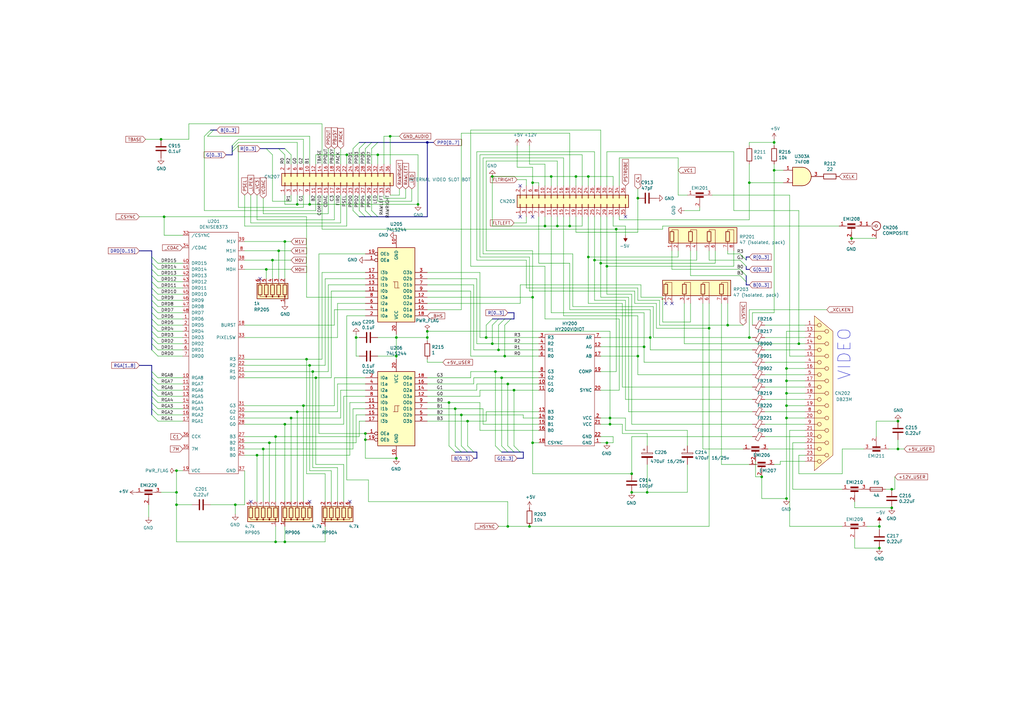
<source format=kicad_sch>
(kicad_sch (version 20230121) (generator eeschema)
  (paper "A3")
  (title_block (date "07/06/1987") (rev "6.2-a") (company "Commodore") (comment 1 "Drawn by: Dave Haynie") (comment 2 "Used on: A2000-CR") (comment 3 "Next Assy: 312725") (comment 4 "Assy: 312721"))
  (junction (at 72.39 201.93))
  (junction (at 162.56 187.96))
  (junction (at 96.52 207.01))
  (junction (at 264.16 142.24))
  (junction (at 201.93 72.39))
  (junction (at 160.02 55.88))
  (junction (at 107.95 184.15))
  (junction (at 236.22 72.39))
  (junction (at 124.46 166.37))
  (junction (at 113.03 179.07))
  (junction (at 248.92 109.22))
  (junction (at 128.27 152.4))
  (junction (at 233.68 92.71))
  (junction (at 246.38 107.95))
  (junction (at 66.04 57.15))
  (junction (at 175.26 58.42))
  (junction (at 105.41 186.69))
  (junction (at 365.76 208.28))
  (junction (at 119.38 171.45))
  (junction (at 218.44 121.92))
  (junction (at 360.68 215.9))
  (junction (at 125.73 147.32))
  (junction (at 250.19 173.99))
  (junction (at 217.17 215.9))
  (junction (at 228.6 92.71))
  (junction (at 226.06 72.39))
  (junction (at 111.76 106.68))
  (junction (at 322.58 204.47))
  (junction (at 129.54 154.94))
  (junction (at 317.5 69.85))
  (junction (at 114.3 102.87))
  (junction (at 191.77 172.72))
  (junction (at 154.94 63.5))
  (junction (at 110.49 181.61))
  (junction (at 162.56 138.43))
  (junction (at 368.3 184.15))
  (junction (at 210.82 160.02))
  (junction (at 208.28 157.48))
  (junction (at 252.73 93.98))
  (junction (at 186.69 167.64))
  (junction (at 208.28 215.9))
  (junction (at 241.3 105.41))
  (junction (at 322.58 171.45))
  (junction (at 184.15 165.1))
  (junction (at 72.39 207.01))
  (junction (at 265.43 201.93))
  (junction (at 322.58 166.37))
  (junction (at 171.45 83.82))
  (junction (at 142.24 63.5))
  (junction (at 149.86 180.34))
  (junction (at 218.44 74.93))
  (junction (at 199.39 138.43))
  (junction (at 307.34 138.43))
  (junction (at 72.39 193.04))
  (junction (at 241.3 72.39))
  (junction (at 218.44 181.61))
  (junction (at 121.92 168.91))
  (junction (at 175.26 135.89))
  (junction (at 207.01 146.05))
  (junction (at 322.58 151.13))
  (junction (at 149.86 177.8))
  (junction (at 250.19 171.45))
  (junction (at 109.22 110.49))
  (junction (at 121.92 83.82))
  (junction (at 113.03 222.25))
  (junction (at 349.25 97.79))
  (junction (at 261.62 81.28))
  (junction (at 189.23 170.18))
  (junction (at 365.76 200.66))
  (junction (at 261.62 146.05))
  (junction (at 67.31 88.9))
  (junction (at 360.68 224.79))
  (junction (at 243.84 106.68))
  (junction (at 146.05 138.43))
  (junction (at 317.5 58.42))
  (junction (at 248.92 181.61))
  (junction (at 322.58 156.21))
  (junction (at 322.58 161.29))
  (junction (at 203.2 152.4))
  (junction (at 290.83 134.62))
  (junction (at 116.84 222.25))
  (junction (at 266.7 138.43))
  (junction (at 116.84 173.99))
  (junction (at 205.74 154.94))
  (junction (at 259.08 201.93))
  (junction (at 298.45 133.35))
  (junction (at 204.47 143.51))
  (junction (at 127 83.82))
  (junction (at 127 149.86))
  (junction (at 307.34 74.93))
  (junction (at 162.56 146.05))
  (junction (at 201.93 140.97))
  (junction (at 327.66 140.97))
  (junction (at 312.42 195.58))
  (junction (at 175.26 138.43))
  (junction (at 259.08 194.31))
  (junction (at 223.52 92.71))
  (junction (at 116.84 99.06))
  (junction (at 368.3 172.72))
  (no_connect (at 273.05 124.46))
  (no_connect (at 213.36 88.9))
  (no_connect (at 143.51 205.74))
  (no_connect (at 127 205.74))
  (no_connect (at 102.87 205.74))
  (no_connect (at 213.36 76.2))
  (no_connect (at 256.54 88.9))
  (no_connect (at 218.44 88.9))
  (no_connect (at 106.68 114.3))
  (no_connect (at 275.59 124.46))
  (bus_entry (at 62.23 105.41) (size 2.54 2.54))
  (bus_entry (at 62.23 138.43) (size 2.54 2.54))
  (bus_entry (at 147.32 60.96) (size 2.54 -2.54))
  (bus_entry (at 62.23 115.57) (size 2.54 2.54))
  (bus_entry (at 95.25 59.69) (size 2.54 -2.54))
  (bus_entry (at 85.09 55.88) (size 2.54 -2.54))
  (bus_entry (at 95.25 62.23) (size 2.54 -2.54))
  (bus_entry (at 207.01 133.35) (size 2.54 -2.54))
  (bus_entry (at 62.23 170.18) (size 2.54 2.54))
  (bus_entry (at 62.23 143.51) (size 2.54 2.54))
  (bus_entry (at 208.28 182.88) (size 2.54 2.54))
  (bus_entry (at 152.4 60.96) (size 2.54 -2.54))
  (bus_entry (at 62.23 140.97) (size 2.54 2.54))
  (bus_entry (at 62.23 162.56) (size 2.54 2.54))
  (bus_entry (at 303.53 113.03) (size 2.54 2.54))
  (bus_entry (at 303.53 106.68) (size 2.54 2.54))
  (bus_entry (at 62.23 120.65) (size 2.54 2.54))
  (bus_entry (at 147.32 86.36) (size 2.54 2.54))
  (bus_entry (at 62.23 107.95) (size 2.54 2.54))
  (bus_entry (at 144.78 60.96) (size 2.54 -2.54))
  (bus_entry (at 62.23 110.49) (size 2.54 2.54))
  (bus_entry (at 62.23 160.02) (size 2.54 2.54))
  (bus_entry (at 62.23 165.1) (size 2.54 2.54))
  (bus_entry (at 62.23 123.19) (size 2.54 2.54))
  (bus_entry (at 149.86 60.96) (size 2.54 -2.54))
  (bus_entry (at 152.4 86.36) (size 2.54 2.54))
  (bus_entry (at 116.84 60.96) (size 2.54 2.54))
  (bus_entry (at 62.23 157.48) (size 2.54 2.54))
  (bus_entry (at 62.23 118.11) (size 2.54 2.54))
  (bus_entry (at 62.23 128.27) (size 2.54 2.54))
  (bus_entry (at 199.39 133.35) (size 2.54 -2.54))
  (bus_entry (at 62.23 154.94) (size 2.54 2.54))
  (bus_entry (at 109.22 60.96) (size 2.54 2.54))
  (bus_entry (at 149.86 86.36) (size 2.54 2.54))
  (bus_entry (at 203.2 182.88) (size 2.54 2.54))
  (bus_entry (at 191.77 182.88) (size 2.54 2.54))
  (bus_entry (at 62.23 135.89) (size 2.54 2.54))
  (bus_entry (at 303.53 110.49) (size 2.54 2.54))
  (bus_entry (at 114.3 60.96) (size 2.54 2.54))
  (bus_entry (at 210.82 182.88) (size 2.54 2.54))
  (bus_entry (at 62.23 133.35) (size 2.54 2.54))
  (bus_entry (at 83.82 55.88) (size 2.54 -2.54))
  (bus_entry (at 62.23 125.73) (size 2.54 2.54))
  (bus_entry (at 184.15 182.88) (size 2.54 2.54))
  (bus_entry (at 205.74 182.88) (size 2.54 2.54))
  (bus_entry (at 62.23 152.4) (size 2.54 2.54))
  (bus_entry (at 62.23 113.03) (size 2.54 2.54))
  (bus_entry (at 144.78 86.36) (size 2.54 2.54))
  (bus_entry (at 95.25 60.96) (size 2.54 -2.54))
  (bus_entry (at 62.23 130.81) (size 2.54 2.54))
  (bus_entry (at 204.47 133.35) (size 2.54 -2.54))
  (bus_entry (at 201.93 133.35) (size 2.54 -2.54))
  (bus_entry (at 303.53 104.14) (size 2.54 2.54))
  (bus_entry (at 186.69 182.88) (size 2.54 2.54))
  (bus_entry (at 62.23 167.64) (size 2.54 2.54))
  (bus_entry (at 189.23 182.88) (size 2.54 2.54))
  (wire (pts (xy 119.38 171.45) (xy 119.38 205.74)))
  (wire (pts (xy 130.81 177.8) (xy 149.86 177.8)))
  (wire (pts (xy 157.48 67.31) (xy 157.48 55.88)))
  (bus (pts (xy 186.69 185.42) (xy 189.23 185.42)))
  (wire (pts (xy 59.69 57.15) (xy 66.04 57.15)))
  (wire (pts (xy 116.84 114.3) (xy 116.84 99.06)))
  (wire (pts (xy 208.28 215.9) (xy 204.47 215.9)))
  (bus (pts (xy 95.25 63.5) (xy 92.71 63.5)))
  (wire (pts (xy 223.52 109.22) (xy 223.52 130.81)))
  (bus (pts (xy 191.77 185.42) (xy 194.31 185.42)))
  (bus (pts (xy 210.82 130.81) (xy 210.82 128.27)))
  (wire (pts (xy 142.24 63.5) (xy 154.94 63.5)))
  (bus (pts (xy 306.07 116.84) (xy 307.34 116.84)))
  (wire (pts (xy 100.33 184.15) (xy 107.95 184.15)))
  (wire (pts (xy 175.26 119.38) (xy 193.04 119.38)))
  (wire (pts (xy 134.62 67.31) (xy 134.62 60.96)))
  (wire (pts (xy 137.16 60.96) (xy 137.16 67.31)))
  (wire (pts (xy 175.26 162.56) (xy 196.85 162.56)))
  (wire (pts (xy 370.84 184.15) (xy 368.3 184.15)))
  (wire (pts (xy 205.74 154.94) (xy 205.74 182.88)))
  (wire (pts (xy 100.33 168.91) (xy 121.92 168.91)))
  (wire (pts (xy 160.02 55.88) (xy 163.83 55.88)))
  (bus (pts (xy 62.23 118.11) (xy 62.23 120.65)))
  (wire (pts (xy 307.34 67.31) (xy 307.34 74.93)))
  (wire (pts (xy 199.39 138.43) (xy 220.98 138.43)))
  (wire (pts (xy 363.22 200.66) (xy 365.76 200.66)))
  (wire (pts (xy 254 64.77) (xy 278.13 64.77)))
  (wire (pts (xy 196.85 165.1) (xy 196.85 176.53)))
  (wire (pts (xy 233.68 92.71) (xy 233.68 88.9)))
  (bus (pts (xy 154.94 58.42) (xy 175.26 58.42)))
  (bus (pts (xy 201.93 130.81) (xy 204.47 130.81)))
  (wire (pts (xy 307.34 138.43) (xy 308.61 138.43)))
  (wire (pts (xy 142.24 92.71) (xy 100.33 92.71)))
  (wire (pts (xy 175.26 127) (xy 189.23 127)))
  (wire (pts (xy 64.77 123.19) (xy 74.93 123.19)))
  (wire (pts (xy 233.68 107.95) (xy 233.68 127)))
  (wire (pts (xy 321.31 69.85) (xy 317.5 69.85)))
  (wire (pts (xy 189.23 170.18) (xy 214.63 170.18)))
  (wire (pts (xy 241.3 105.41) (xy 241.3 124.46)))
  (wire (pts (xy 278.13 80.01) (xy 281.94 80.01)))
  (wire (pts (xy 189.23 54.61) (xy 233.68 54.61)))
  (wire (pts (xy 252.73 152.4) (xy 252.73 93.98)))
  (wire (pts (xy 116.84 99.06) (xy 119.38 99.06)))
  (wire (pts (xy 255.27 177.8) (xy 255.27 173.99)))
  (wire (pts (xy 175.26 114.3) (xy 195.58 114.3)))
  (wire (pts (xy 74.93 96.52) (xy 67.31 96.52)))
  (wire (pts (xy 64.77 135.89) (xy 74.93 135.89)))
  (bus (pts (xy 205.74 185.42) (xy 208.28 185.42)))
  (wire (pts (xy 133.35 222.25) (xy 133.35 215.9)))
  (wire (pts (xy 330.2 168.91) (xy 313.69 168.91)))
  (wire (pts (xy 250.19 135.89) (xy 250.19 171.45)))
  (wire (pts (xy 365.76 208.28) (xy 350.52 208.28)))
  (wire (pts (xy 261.62 118.11) (xy 261.62 123.19)))
  (wire (pts (xy 203.2 152.4) (xy 203.2 182.88)))
  (wire (pts (xy 248.92 109.22) (xy 300.99 109.22)))
  (bus (pts (xy 208.28 185.42) (xy 210.82 185.42)))
  (wire (pts (xy 283.21 132.08) (xy 283.21 124.46)))
  (wire (pts (xy 119.38 171.45) (xy 139.7 171.45)))
  (wire (pts (xy 154.94 67.31) (xy 154.94 63.5)))
  (wire (pts (xy 140.97 173.99) (xy 140.97 162.56)))
  (wire (pts (xy 203.2 152.4) (xy 220.98 152.4)))
  (bus (pts (xy 95.25 59.69) (xy 95.25 60.96)))
  (wire (pts (xy 285.75 106.68) (xy 285.75 102.87)))
  (bus (pts (xy 306.07 110.49) (xy 307.34 110.49)))
  (wire (pts (xy 146.05 146.05) (xy 147.32 146.05)))
  (bus (pts (xy 175.26 58.42) (xy 177.8 58.42)))
  (wire (pts (xy 64.77 170.18) (xy 74.93 170.18)))
  (wire (pts (xy 317.5 59.69) (xy 317.5 58.42)))
  (wire (pts (xy 72.39 193.04) (xy 72.39 201.93)))
  (bus (pts (xy 62.23 133.35) (xy 62.23 135.89)))
  (wire (pts (xy 175.26 147.32) (xy 175.26 148.59)))
  (wire (pts (xy 280.67 124.46) (xy 280.67 140.97)))
  (wire (pts (xy 124.46 80.01) (xy 124.46 85.09)))
  (wire (pts (xy 309.88 189.23) (xy 309.88 195.58)))
  (wire (pts (xy 246.38 138.43) (xy 266.7 138.43)))
  (wire (pts (xy 124.46 166.37) (xy 137.16 166.37)))
  (wire (pts (xy 231.14 129.54) (xy 261.62 129.54)))
  (wire (pts (xy 113.03 179.07) (xy 147.32 179.07)))
  (wire (pts (xy 191.77 172.72) (xy 199.39 172.72)))
  (wire (pts (xy 128.27 152.4) (xy 134.62 152.4)))
  (bus (pts (xy 62.23 102.87) (xy 62.23 105.41)))
  (wire (pts (xy 325.12 200.66) (xy 345.44 200.66)))
  (wire (pts (xy 151.13 196.85) (xy 142.24 196.85)))
  (wire (pts (xy 133.35 205.74) (xy 133.35 194.31)))
  (wire (pts (xy 146.05 137.16) (xy 146.05 138.43)))
  (wire (pts (xy 271.78 132.08) (xy 283.21 132.08)))
  (wire (pts (xy 60.96 212.09) (xy 60.96 207.01)))
  (bus (pts (xy 175.26 58.42) (xy 175.26 88.9)))
  (wire (pts (xy 64.77 143.51) (xy 74.93 143.51)))
  (bus (pts (xy 62.23 167.64) (xy 62.23 170.18)))
  (wire (pts (xy 149.86 180.34) (xy 149.86 187.96)))
  (bus (pts (xy 62.23 110.49) (xy 62.23 113.03)))
  (wire (pts (xy 359.41 97.79) (xy 349.25 97.79)))
  (wire (pts (xy 266.7 143.51) (xy 308.61 143.51)))
  (wire (pts (xy 149.86 111.76) (xy 132.08 111.76)))
  (wire (pts (xy 194.31 154.94) (xy 205.74 154.94)))
  (wire (pts (xy 132.08 147.32) (xy 125.73 147.32)))
  (wire (pts (xy 195.58 160.02) (xy 195.58 157.48)))
  (wire (pts (xy 256.54 92.71) (xy 251.46 92.71)))
  (wire (pts (xy 208.28 157.48) (xy 208.28 182.88)))
  (wire (pts (xy 162.56 138.43) (xy 175.26 138.43)))
  (wire (pts (xy 256.54 171.45) (xy 256.54 176.53)))
  (bus (pts (xy 62.23 128.27) (xy 62.23 130.81)))
  (wire (pts (xy 254 88.9) (xy 254 90.17)))
  (wire (pts (xy 345.44 184.15) (xy 354.33 184.15)))
  (wire (pts (xy 236.22 72.39) (xy 241.3 72.39)))
  (wire (pts (xy 72.39 201.93) (xy 72.39 207.01)))
  (wire (pts (xy 139.7 91.44) (xy 102.87 91.44)))
  (wire (pts (xy 175.26 111.76) (xy 196.85 111.76)))
  (wire (pts (xy 234.95 125.73) (xy 267.97 125.73)))
  (wire (pts (xy 147.32 179.07) (xy 147.32 172.72)))
  (wire (pts (xy 121.92 83.82) (xy 127 83.82)))
  (wire (pts (xy 199.39 138.43) (xy 199.39 133.35)))
  (wire (pts (xy 246.38 121.92) (xy 257.81 121.92)))
  (wire (pts (xy 100.33 193.04) (xy 100.33 207.01)))
  (wire (pts (xy 157.48 81.28) (xy 166.37 81.28)))
  (bus (pts (xy 62.23 135.89) (xy 62.23 138.43)))
  (wire (pts (xy 241.3 72.39) (xy 241.3 76.2)))
  (wire (pts (xy 72.39 207.01) (xy 78.74 207.01)))
  (wire (pts (xy 234.95 104.14) (xy 234.95 125.73)))
  (wire (pts (xy 110.49 181.61) (xy 110.49 205.74)))
  (wire (pts (xy 189.23 170.18) (xy 189.23 182.88)))
  (wire (pts (xy 290.83 134.62) (xy 290.83 215.9)))
  (wire (pts (xy 64.77 138.43) (xy 74.93 138.43)))
  (wire (pts (xy 119.38 102.87) (xy 114.3 102.87)))
  (wire (pts (xy 266.7 127) (xy 266.7 138.43)))
  (wire (pts (xy 175.26 135.89) (xy 175.26 138.43)))
  (bus (pts (xy 62.23 120.65) (xy 62.23 123.19)))
  (wire (pts (xy 217.17 119.38) (xy 260.35 119.38)))
  (wire (pts (xy 175.26 170.18) (xy 189.23 170.18)))
  (bus (pts (xy 62.23 160.02) (xy 62.23 162.56)))
  (wire (pts (xy 107.95 205.74) (xy 107.95 184.15)))
  (wire (pts (xy 144.78 184.15) (xy 144.78 167.64)))
  (wire (pts (xy 215.9 106.68) (xy 215.9 118.11)))
  (wire (pts (xy 255.27 173.99) (xy 250.19 173.99)))
  (wire (pts (xy 113.03 222.25) (xy 116.84 222.25)))
  (wire (pts (xy 218.44 181.61) (xy 218.44 194.31)))
  (wire (pts (xy 236.22 72.39) (xy 236.22 76.2)))
  (wire (pts (xy 327.66 186.69) (xy 327.66 194.31)))
  (wire (pts (xy 215.9 118.11) (xy 261.62 118.11)))
  (wire (pts (xy 212.09 73.66) (xy 215.9 73.66)))
  (wire (pts (xy 132.08 93.98) (xy 252.73 93.98)))
  (bus (pts (xy 95.25 60.96) (xy 95.25 62.23)))
  (wire (pts (xy 307.34 74.93) (xy 307.34 90.17)))
  (wire (pts (xy 137.16 166.37) (xy 137.16 154.94)))
  (bus (pts (xy 114.3 60.96) (xy 116.84 60.96)))
  (wire (pts (xy 233.68 127) (xy 266.7 127)))
  (wire (pts (xy 186.69 167.64) (xy 186.69 182.88)))
  (wire (pts (xy 204.47 143.51) (xy 204.47 133.35)))
  (wire (pts (xy 130.81 104.14) (xy 130.81 177.8)))
  (wire (pts (xy 264.16 142.24) (xy 264.16 148.59)))
  (wire (pts (xy 64.77 113.03) (xy 74.93 113.03)))
  (wire (pts (xy 317.5 69.85) (xy 317.5 128.27)))
  (wire (pts (xy 100.33 181.61) (xy 110.49 181.61)))
  (bus (pts (xy 207.01 130.81) (xy 209.55 130.81)))
  (bus (pts (xy 62.23 162.56) (xy 62.23 165.1)))
  (wire (pts (xy 147.32 86.36) (xy 147.32 80.01)))
  (wire (pts (xy 265.43 201.93) (xy 265.43 190.5)))
  (wire (pts (xy 248.92 109.22) (xy 248.92 120.65)))
  (wire (pts (xy 217.17 215.9) (xy 208.28 215.9)))
  (wire (pts (xy 250.19 173.99) (xy 246.38 173.99)))
  (wire (pts (xy 144.78 167.64) (xy 149.86 167.64)))
  (wire (pts (xy 175.26 138.43) (xy 175.26 139.7)))
  (wire (pts (xy 322.58 171.45) (xy 322.58 204.47)))
  (wire (pts (xy 135.89 193.04) (xy 127 193.04)))
  (wire (pts (xy 293.37 107.95) (xy 293.37 102.87)))
  (wire (pts (xy 223.52 92.71) (xy 228.6 92.71)))
  (bus (pts (xy 213.36 185.42) (xy 214.63 185.42)))
  (bus (pts (xy 62.23 130.81) (xy 62.23 133.35)))
  (wire (pts (xy 191.77 172.72) (xy 191.77 182.88)))
  (bus (pts (xy 62.23 107.95) (xy 62.23 110.49)))
  (wire (pts (xy 199.39 66.04) (xy 199.39 102.87)))
  (wire (pts (xy 125.73 147.32) (xy 100.33 147.32)))
  (wire (pts (xy 330.2 184.15) (xy 314.96 184.15)))
  (wire (pts (xy 133.35 114.3) (xy 149.86 114.3)))
  (wire (pts (xy 175.26 165.1) (xy 184.15 165.1)))
  (wire (pts (xy 220.98 88.9) (xy 220.98 107.95)))
  (wire (pts (xy 175.26 157.48) (xy 194.31 157.48)))
  (wire (pts (xy 152.4 86.36) (xy 152.4 80.01)))
  (wire (pts (xy 259.08 194.31) (xy 259.08 179.07)))
  (wire (pts (xy 246.38 53.34) (xy 246.38 76.2)))
  (wire (pts (xy 64.77 128.27) (xy 74.93 128.27)))
  (wire (pts (xy 184.15 165.1) (xy 184.15 182.88)))
  (wire (pts (xy 194.31 116.84) (xy 194.31 143.51)))
  (wire (pts (xy 154.94 138.43) (xy 162.56 138.43)))
  (wire (pts (xy 248.92 181.61) (xy 246.38 181.61)))
  (wire (pts (xy 100.33 207.01) (xy 96.52 207.01)))
  (wire (pts (xy 330.2 158.75) (xy 313.69 158.75)))
  (wire (pts (xy 323.85 176.53) (xy 323.85 215.9)))
  (wire (pts (xy 246.38 179.07) (xy 251.46 179.07)))
  (wire (pts (xy 330.2 176.53) (xy 323.85 176.53)))
  (wire (pts (xy 248.92 120.65) (xy 259.08 120.65)))
  (wire (pts (xy 134.62 152.4) (xy 134.62 116.84)))
  (wire (pts (xy 246.38 171.45) (xy 250.19 171.45)))
  (wire (pts (xy 218.44 74.93) (xy 218.44 76.2)))
  (wire (pts (xy 330.2 181.61) (xy 325.12 181.61)))
  (wire (pts (xy 109.22 110.49) (xy 100.33 110.49)))
  (wire (pts (xy 129.54 154.94) (xy 135.89 154.94)))
  (bus (pts (xy 210.82 185.42) (xy 213.36 185.42)))
  (wire (pts (xy 220.98 74.93) (xy 218.44 74.93)))
  (wire (pts (xy 257.81 121.92) (xy 257.81 168.91)))
  (wire (pts (xy 134.62 80.01) (xy 134.62 87.63)))
  (wire (pts (xy 265.43 201.93) (xy 281.94 201.93)))
  (wire (pts (xy 260.35 119.38) (xy 260.35 124.46)))
  (wire (pts (xy 313.69 163.83) (xy 330.2 163.83)))
  (wire (pts (xy 248.92 62.23) (xy 300.99 62.23)))
  (wire (pts (xy 175.26 172.72) (xy 191.77 172.72)))
  (wire (pts (xy 138.43 138.43) (xy 138.43 124.46)))
  (wire (pts (xy 64.77 160.02) (xy 74.93 160.02)))
  (wire (pts (xy 64.77 125.73) (xy 74.93 125.73)))
  (wire (pts (xy 201.93 140.97) (xy 201.93 133.35)))
  (wire (pts (xy 264.16 148.59) (xy 308.61 148.59)))
  (wire (pts (xy 269.24 134.62) (xy 290.83 134.62)))
  (wire (pts (xy 241.3 72.39) (xy 251.46 72.39)))
  (wire (pts (xy 157.48 55.88) (xy 160.02 55.88)))
  (wire (pts (xy 210.82 160.02) (xy 210.82 182.88)))
  (wire (pts (xy 162.56 138.43) (xy 162.56 146.05)))
  (wire (pts (xy 323.85 80.01) (xy 323.85 146.05)))
  (wire (pts (xy 241.3 124.46) (xy 255.27 124.46)))
  (wire (pts (xy 100.33 92.71) (xy 100.33 80.01)))
  (wire (pts (xy 330.2 171.45) (xy 322.58 171.45)))
  (wire (pts (xy 241.3 88.9) (xy 241.3 105.41)))
  (wire (pts (xy 267.97 138.43) (xy 307.34 138.43)))
  (wire (pts (xy 283.21 113.03) (xy 303.53 113.03)))
  (bus (pts (xy 62.23 152.4) (xy 62.23 154.94)))
  (wire (pts (xy 64.77 107.95) (xy 74.93 107.95)))
  (wire (pts (xy 193.04 119.38) (xy 193.04 146.05)))
  (wire (pts (xy 149.86 104.14) (xy 130.81 104.14)))
  (wire (pts (xy 307.34 127) (xy 339.09 127)))
  (wire (pts (xy 290.83 215.9) (xy 217.17 215.9)))
  (wire (pts (xy 116.84 205.74) (xy 116.84 173.99)))
  (wire (pts (xy 330.2 135.89) (xy 322.58 135.89)))
  (wire (pts (xy 223.52 92.71) (xy 223.52 88.9)))
  (wire (pts (xy 262.89 116.84) (xy 262.89 121.92)))
  (wire (pts (xy 134.62 116.84) (xy 149.86 116.84)))
  (bus (pts (xy 152.4 58.42) (xy 154.94 58.42)))
  (wire (pts (xy 238.76 76.2) (xy 238.76 63.5)))
  (wire (pts (xy 193.04 146.05) (xy 207.01 146.05)))
  (wire (pts (xy 254 76.2) (xy 254 64.77)))
  (wire (pts (xy 298.45 102.87) (xy 298.45 104.14)))
  (wire (pts (xy 134.62 87.63) (xy 107.95 87.63)))
  (wire (pts (xy 125.73 88.9) (xy 125.73 121.92)))
  (wire (pts (xy 86.36 207.01) (xy 96.52 207.01)))
  (wire (pts (xy 330.2 148.59) (xy 313.69 148.59)))
  (wire (pts (xy 251.46 179.07) (xy 251.46 181.61)))
  (wire (pts (xy 162.56 138.43) (xy 162.56 137.16)))
  (wire (pts (xy 251.46 72.39) (xy 251.46 76.2)))
  (wire (pts (xy 125.73 121.92) (xy 149.86 121.92)))
  (wire (pts (xy 100.33 166.37) (xy 124.46 166.37)))
  (bus (pts (xy 109.22 60.96) (xy 114.3 60.96)))
  (wire (pts (xy 121.92 80.01) (xy 121.92 83.82)))
  (wire (pts (xy 287.02 86.36) (xy 287.02 85.09)))
  (wire (pts (xy 195.58 140.97) (xy 201.93 140.97)))
  (wire (pts (xy 196.85 138.43) (xy 199.39 138.43)))
  (wire (pts (xy 330.2 179.07) (xy 313.69 179.07)))
  (wire (pts (xy 256.54 163.83) (xy 308.61 163.83)))
  (wire (pts (xy 201.93 72.39) (xy 201.93 92.71)))
  (wire (pts (xy 307.34 138.43) (xy 307.34 127)))
  (wire (pts (xy 271.78 93.98) (xy 271.78 92.71)))
  (wire (pts (xy 368.3 184.15) (xy 364.49 184.15)))
  (wire (pts (xy 275.59 102.87) (xy 275.59 110.49)))
  (wire (pts (xy 64.77 162.56) (xy 74.93 162.56)))
  (wire (pts (xy 124.46 57.15) (xy 124.46 67.31)))
  (wire (pts (xy 199.39 168.91) (xy 220.98 168.91)))
  (wire (pts (xy 77.47 50.8) (xy 132.08 50.8)))
  (wire (pts (xy 64.77 167.64) (xy 74.93 167.64)))
  (bus (pts (xy 214.63 187.96) (xy 212.09 187.96)))
  (wire (pts (xy 67.31 96.52) (xy 67.31 88.9)))
  (wire (pts (xy 330.2 186.69) (xy 327.66 186.69)))
  (wire (pts (xy 137.16 154.94) (xy 149.86 154.94)))
  (wire (pts (xy 322.58 151.13) (xy 322.58 156.21)))
  (wire (pts (xy 175.26 148.59) (xy 181.61 148.59)))
  (wire (pts (xy 218.44 121.92) (xy 218.44 181.61)))
  (wire (pts (xy 217.17 105.41) (xy 217.17 119.38)))
  (wire (pts (xy 264.16 128.27) (xy 264.16 142.24)))
  (wire (pts (xy 129.54 67.31) (xy 129.54 63.5)))
  (wire (pts (xy 175.26 167.64) (xy 186.69 167.64)))
  (wire (pts (xy 300.99 86.36) (xy 327.66 86.36)))
  (bus (pts (xy 62.23 113.03) (xy 62.23 115.57)))
  (wire (pts (xy 218.44 121.92) (xy 218.44 102.87)))
  (wire (pts (xy 147.32 138.43) (xy 146.05 138.43)))
  (wire (pts (xy 198.12 173.99) (xy 220.98 173.99)))
  (wire (pts (xy 259.08 120.65) (xy 259.08 173.99)))
  (wire (pts (xy 236.22 88.9) (xy 236.22 95.25)))
  (wire (pts (xy 243.84 123.19) (xy 256.54 123.19)))
  (wire (pts (xy 189.23 54.61) (xy 189.23 127)))
  (wire (pts (xy 175.26 121.92) (xy 218.44 121.92)))
  (wire (pts (xy 254 130.81) (xy 254 160.02)))
  (wire (pts (xy 127 83.82) (xy 171.45 83.82)))
  (wire (pts (xy 139.7 80.01) (xy 139.7 91.44)))
  (wire (pts (xy 121.92 168.91) (xy 138.43 168.91)))
  (wire (pts (xy 327.66 194.31) (xy 345.44 194.31)))
  (wire (pts (xy 163.83 80.01) (xy 163.83 77.47)))
  (wire (pts (xy 111.76 106.68) (xy 119.38 106.68)))
  (wire (pts (xy 261.62 123.19) (xy 270.51 123.19)))
  (bus (pts (xy 106.68 60.96) (xy 109.22 60.96)))
  (wire (pts (xy 64.77 172.72) (xy 74.93 172.72)))
  (wire (pts (xy 196.85 160.02) (xy 210.82 160.02)))
  (wire (pts (xy 243.84 88.9) (xy 243.84 106.68)))
  (wire (pts (xy 210.82 91.44) (xy 215.9 91.44)))
  (wire (pts (xy 147.32 172.72) (xy 149.86 172.72)))
  (wire (pts (xy 254 160.02) (xy 246.38 160.02)))
  (wire (pts (xy 132.08 111.76) (xy 132.08 147.32)))
  (wire (pts (xy 116.84 173.99) (xy 140.97 173.99)))
  (wire (pts (xy 116.84 67.31) (xy 116.84 63.5)))
  (wire (pts (xy 142.24 67.31) (xy 142.24 63.5)))
  (wire (pts (xy 322.58 135.89) (xy 322.58 151.13)))
  (wire (pts (xy 259.08 201.93) (xy 265.43 201.93)))
  (wire (pts (xy 64.77 110.49) (xy 74.93 110.49)))
  (wire (pts (xy 265.43 182.88) (xy 265.43 177.8)))
  (wire (pts (xy 138.43 124.46) (xy 149.86 124.46)))
  (wire (pts (xy 271.78 92.71) (xy 344.17 92.71)))
  (bus (pts (xy 306.07 105.41) (xy 307.34 105.41)))
  (wire (pts (xy 116.84 80.01) (xy 116.84 83.82)))
  (wire (pts (xy 283.21 102.87) (xy 283.21 113.03)))
  (wire (pts (xy 140.97 190.5) (xy 129.54 190.5)))
  (wire (pts (xy 355.6 215.9) (xy 360.68 215.9)))
  (wire (pts (xy 138.43 191.77) (xy 128.27 191.77)))
  (wire (pts (xy 246.38 107.95) (xy 246.38 121.92)))
  (wire (pts (xy 151.13 205.74) (xy 151.13 196.85)))
  (wire (pts (xy 121.92 205.74) (xy 121.92 168.91)))
  (wire (pts (xy 261.62 146.05) (xy 261.62 153.67)))
  (wire (pts (xy 64.77 120.65) (xy 74.93 120.65)))
  (wire (pts (xy 226.06 72.39) (xy 226.06 76.2)))
  (wire (pts (xy 228.6 66.04) (xy 199.39 66.04)))
  (bus (pts (xy 57.15 149.86) (xy 62.23 149.86)))
  (wire (pts (xy 124.46 85.09) (xy 97.79 85.09)))
  (wire (pts (xy 64.77 130.81) (xy 74.93 130.81)))
  (wire (pts (xy 114.3 102.87) (xy 100.33 102.87)))
  (bus (pts (xy 209.55 130.81) (xy 210.82 130.81)))
  (wire (pts (xy 213.36 116.84) (xy 262.89 116.84)))
  (wire (pts (xy 214.63 171.45) (xy 220.98 171.45)))
  (wire (pts (xy 248.92 88.9) (xy 248.92 109.22)))
  (wire (pts (xy 250.19 171.45) (xy 256.54 171.45)))
  (wire (pts (xy 124.46 166.37) (xy 124.46 205.74)))
  (wire (pts (xy 138.43 168.91) (xy 138.43 157.48)))
  (wire (pts (xy 196.85 63.5) (xy 196.85 105.41)))
  (wire (pts (xy 267.97 125.73) (xy 267.97 138.43)))
  (wire (pts (xy 196.85 105.41) (xy 217.17 105.41)))
  (wire (pts (xy 160.02 67.31) (xy 160.02 55.88)))
  (wire (pts (xy 246.38 142.24) (xy 264.16 142.24)))
  (wire (pts (xy 241.3 105.41) (xy 278.13 105.41)))
  (wire (pts (xy 186.69 167.64) (xy 198.12 167.64)))
  (wire (pts (xy 129.54 190.5) (xy 129.54 154.94)))
  (wire (pts (xy 295.91 190.5) (xy 295.91 124.46)))
  (wire (pts (xy 166.37 81.28) (xy 166.37 77.47)))
  (wire (pts (xy 154.94 63.5) (xy 171.45 63.5)))
  (wire (pts (xy 243.84 62.23) (xy 195.58 62.23)))
  (wire (pts (xy 113.03 179.07) (xy 113.03 205.74)))
  (wire (pts (xy 116.84 222.25) (xy 133.35 222.25)))
  (wire (pts (xy 119.38 82.55) (xy 111.76 82.55)))
  (wire (pts (xy 292.1 80.01) (xy 323.85 80.01)))
  (wire (pts (xy 125.73 194.31) (xy 125.73 147.32)))
  (wire (pts (xy 143.51 165.1) (xy 149.86 165.1)))
  (wire (pts (xy 320.04 190.5) (xy 320.04 189.23)))
  (wire (pts (xy 127 193.04) (xy 127 149.86)))
  (wire (pts (xy 359.41 172.72) (xy 359.41 179.07)))
  (wire (pts (xy 116.84 83.82) (xy 121.92 83.82)))
  (wire (pts (xy 137.16 127) (xy 149.86 127)))
  (wire (pts (xy 154.94 80.01) (xy 154.94 82.55)))
  (bus (pts (xy 147.32 88.9) (xy 149.86 88.9)))
  (wire (pts (xy 133.35 149.86) (xy 133.35 114.3)))
  (wire (pts (xy 175.26 116.84) (xy 194.31 116.84)))
  (wire (pts (xy 100.33 154.94) (xy 129.54 154.94)))
  (wire (pts (xy 313.69 153.67) (xy 330.2 153.67)))
  (wire (pts (xy 251.46 181.61) (xy 248.92 181.61)))
  (bus (pts (xy 195.58 185.42) (xy 195.58 187.96)))
  (wire (pts (xy 220.98 76.2) (xy 220.98 74.93)))
  (wire (pts (xy 269.24 124.46) (xy 269.24 134.62)))
  (wire (pts (xy 207.01 146.05) (xy 207.01 133.35)))
  (wire (pts (xy 226.06 88.9) (xy 226.06 128.27)))
  (wire (pts (xy 327.66 140.97) (xy 330.2 140.97)))
  (wire (pts (xy 193.04 109.22) (xy 223.52 109.22)))
  (wire (pts (xy 139.7 67.31) (xy 139.7 60.96)))
  (wire (pts (xy 367.03 200.66) (xy 367.03 195.58)))
  (wire (pts (xy 100.33 133.35) (xy 137.16 133.35)))
  (wire (pts (xy 162.56 146.05) (xy 154.94 146.05)))
  (wire (pts (xy 64.77 146.05) (xy 74.93 146.05)))
  (wire (pts (xy 109.22 110.49) (xy 109.22 114.3)))
  (wire (pts (xy 107.95 87.63) (xy 107.95 81.28)))
  (wire (pts (xy 307.34 58.42) (xy 307.34 59.69)))
  (wire (pts (xy 119.38 67.31) (xy 119.38 63.5)))
  (wire (pts (xy 317.5 69.85) (xy 317.5 67.31)))
  (bus (pts (xy 62.23 123.19) (xy 62.23 125.73)))
  (bus (pts (xy 149.86 58.42) (xy 152.4 58.42)))
  (wire (pts (xy 132.08 50.8) (xy 132.08 67.31)))
  (bus (pts (xy 195.58 187.96) (xy 194.31 187.96)))
  (wire (pts (xy 133.35 194.31) (xy 125.73 194.31)))
  (wire (pts (xy 127 149.86) (xy 133.35 149.86)))
  (wire (pts (xy 238.76 92.71) (xy 238.76 88.9)))
  (wire (pts (xy 217.17 67.31) (xy 217.17 59.69)))
  (wire (pts (xy 119.38 110.49) (xy 109.22 110.49)))
  (wire (pts (xy 146.05 138.43) (xy 146.05 146.05)))
  (wire (pts (xy 215.9 73.66) (xy 215.9 76.2)))
  (wire (pts (xy 212.09 68.58) (xy 212.09 59.69)))
  (wire (pts (xy 261.62 81.28) (xy 261.62 95.25)))
  (bus (pts (xy 204.47 130.81) (xy 207.01 130.81)))
  (wire (pts (xy 114.3 102.87) (xy 114.3 114.3)))
  (bus (pts (xy 62.23 154.94) (xy 62.23 157.48)))
  (wire (pts (xy 208.28 215.9) (xy 208.28 205.74)))
  (wire (pts (xy 312.42 195.58) (xy 312.42 204.47)))
  (wire (pts (xy 168.91 82.55) (xy 168.91 77.47)))
  (wire (pts (xy 280.67 140.97) (xy 327.66 140.97)))
  (wire (pts (xy 261.62 77.47) (xy 261.62 81.28)))
  (wire (pts (xy 67.31 88.9) (xy 125.73 88.9)))
  (wire (pts (xy 143.51 186.69) (xy 143.51 165.1)))
  (wire (pts (xy 119.38 80.01) (xy 119.38 82.55)))
  (wire (pts (xy 313.69 133.35) (xy 330.2 133.35)))
  (wire (pts (xy 250.19 135.89) (xy 175.26 135.89)))
  (wire (pts (xy 184.15 165.1) (xy 196.85 165.1)))
  (wire (pts (xy 196.85 162.56) (xy 196.85 160.02)))
  (wire (pts (xy 260.35 124.46) (xy 269.24 124.46)))
  (wire (pts (xy 350.52 224.79) (xy 350.52 220.98)))
  (wire (pts (xy 138.43 205.74) (xy 138.43 191.77)))
  (wire (pts (xy 105.41 80.01) (xy 105.41 90.17)))
  (wire (pts (xy 199.39 102.87) (xy 218.44 102.87)))
  (wire (pts (xy 195.58 62.23) (xy 195.58 106.68)))
  (wire (pts (xy 266.7 138.43) (xy 266.7 143.51)))
  (wire (pts (xy 160.02 80.01) (xy 163.83 80.01)))
  (wire (pts (xy 201.93 72.39) (xy 226.06 72.39)))
  (wire (pts (xy 270.51 123.19) (xy 270.51 133.35)))
  (wire (pts (xy 149.86 80.01) (xy 149.86 86.36)))
  (bus (pts (xy 214.63 185.42) (xy 214.63 187.96)))
  (wire (pts (xy 129.54 63.5) (xy 142.24 63.5)))
  (wire (pts (xy 322.58 161.29) (xy 322.58 166.37)))
  (wire (pts (xy 278.13 64.77) (xy 278.13 80.01)))
  (wire (pts (xy 360.68 215.9) (xy 360.68 217.17)))
  (wire (pts (xy 345.44 194.31) (xy 345.44 184.15)))
  (wire (pts (xy 300.99 109.22) (xy 300.99 102.87)))
  (bus (pts (xy 62.23 165.1) (xy 62.23 167.64)))
  (bus (pts (xy 62.23 149.86) (xy 62.23 152.4)))
  (wire (pts (xy 307.34 190.5) (xy 295.91 190.5)))
  (wire (pts (xy 193.04 53.34) (xy 193.04 109.22)))
  (wire (pts (xy 290.83 102.87) (xy 290.83 106.68)))
  (wire (pts (xy 360.68 224.79) (xy 350.52 224.79)))
  (bus (pts (xy 62.23 115.57) (xy 62.23 118.11)))
  (bus (pts (xy 149.86 88.9) (xy 152.4 88.9)))
  (wire (pts (xy 228.6 92.71) (xy 233.68 92.71)))
  (bus (pts (xy 62.23 125.73) (xy 62.23 128.27)))
  (wire (pts (xy 205.74 154.94) (xy 220.98 154.94)))
  (wire (pts (xy 255.27 124.46) (xy 255.27 158.75)))
  (wire (pts (xy 113.03 222.25) (xy 72.39 222.25)))
  (wire (pts (xy 327.66 86.36) (xy 327.66 140.97)))
  (wire (pts (xy 208.28 205.74) (xy 151.13 205.74)))
  (wire (pts (xy 246.38 152.4) (xy 252.73 152.4)))
  (wire (pts (xy 280.67 86.36) (xy 287.02 86.36)))
  (wire (pts (xy 246.38 107.95) (xy 293.37 107.95)))
  (wire (pts (xy 215.9 91.44) (xy 215.9 88.9)))
  (wire (pts (xy 105.41 186.69) (xy 105.41 205.74)))
  (wire (pts (xy 147.32 67.31) (xy 147.32 60.96)))
  (wire (pts (xy 278.13 105.41) (xy 278.13 102.87)))
  (wire (pts (xy 175.26 124.46) (xy 213.36 124.46)))
  (wire (pts (xy 246.38 88.9) (xy 246.38 107.95)))
  (wire (pts (xy 368.3 184.15) (xy 368.3 180.34)))
  (wire (pts (xy 220.98 107.95) (xy 233.68 107.95)))
  (wire (pts (xy 317.5 190.5) (xy 320.04 190.5)))
  (wire (pts (xy 218.44 181.61) (xy 220.98 181.61)))
  (wire (pts (xy 198.12 167.64) (xy 198.12 173.99)))
  (wire (pts (xy 321.31 74.93) (xy 307.34 74.93)))
  (wire (pts (xy 175.26 160.02) (xy 195.58 160.02)))
  (wire (pts (xy 100.33 179.07) (xy 113.03 179.07)))
  (wire (pts (xy 116.84 222.25) (xy 116.84 215.9)))
  (bus (pts (xy 86.36 53.34) (xy 87.63 53.34)))
  (wire (pts (xy 100.33 149.86) (xy 127 149.86)))
  (bus (pts (xy 189.23 185.42) (xy 191.77 185.42)))
  (bus (pts (xy 62.23 138.43) (xy 62.23 140.97)))
  (wire (pts (xy 298.45 133.35) (xy 298.45 124.46)))
  (bus (pts (xy 306.07 115.57) (xy 306.07 116.84)))
  (wire (pts (xy 223.52 130.81) (xy 254 130.81)))
  (wire (pts (xy 298.45 104.14) (xy 303.53 104.14)))
  (wire (pts (xy 251.46 92.71) (xy 251.46 88.9)))
  (wire (pts (xy 259.08 179.07) (xy 308.61 179.07)))
  (wire (pts (xy 231.14 88.9) (xy 231.14 129.54)))
  (wire (pts (xy 308.61 128.27) (xy 308.61 133.35)))
  (wire (pts (xy 132.08 80.01) (xy 132.08 93.98)))
  (wire (pts (xy 256.54 176.53) (xy 281.94 176.53)))
  (wire (pts (xy 74.93 193.04) (xy 72.39 193.04)))
  (wire (pts (xy 233.68 92.71) (xy 238.76 92.71)))
  (bus (pts (xy 194.31 185.42) (xy 195.58 185.42)))
  (wire (pts (xy 139.7 160.02) (xy 149.86 160.02)))
  (wire (pts (xy 64.77 140.97) (xy 74.93 140.97)))
  (wire (pts (xy 223.52 76.2) (xy 223.52 67.31)))
  (wire (pts (xy 111.76 114.3) (xy 111.76 106.68)))
  (wire (pts (xy 271.78 121.92) (xy 271.78 132.08)))
  (wire (pts (xy 250.19 171.45) (xy 250.19 173.99)))
  (wire (pts (xy 261.62 129.54) (xy 261.62 146.05)))
  (wire (pts (xy 248.92 76.2) (xy 248.92 62.23)))
  (wire (pts (xy 124.46 57.15) (xy 97.79 57.15)))
  (bus (pts (xy 87.63 53.34) (xy 88.9 53.34)))
  (wire (pts (xy 64.77 157.48) (xy 74.93 157.48)))
  (wire (pts (xy 298.45 133.35) (xy 304.8 133.35)))
  (wire (pts (xy 100.33 152.4) (xy 128.27 152.4)))
  (wire (pts (xy 102.87 91.44) (xy 102.87 80.01)))
  (wire (pts (xy 121.92 58.42) (xy 97.79 58.42)))
  (wire (pts (xy 83.82 86.36) (xy 83.82 55.88)))
  (wire (pts (xy 201.93 140.97) (xy 220.98 140.97)))
  (wire (pts (xy 135.89 205.74) (xy 135.89 193.04)))
  (wire (pts (xy 325.12 181.61) (xy 325.12 200.66)))
  (wire (pts (xy 320.04 189.23) (xy 330.2 189.23)))
  (wire (pts (xy 330.2 138.43) (xy 313.69 138.43)))
  (wire (pts (xy 193.04 154.94) (xy 193.04 152.4)))
  (wire (pts (xy 218.44 68.58) (xy 218.44 74.93)))
  (bus (pts (xy 62.23 157.48) (xy 62.23 160.02)))
  (wire (pts (xy 107.95 184.15) (xy 144.78 184.15)))
  (bus (pts (xy 306.07 106.68) (xy 306.07 105.41)))
  (wire (pts (xy 317.5 58.42) (xy 317.5 57.15)))
  (wire (pts (xy 208.28 157.48) (xy 220.98 157.48)))
  (wire (pts (xy 154.94 82.55) (xy 168.91 82.55)))
  (bus (pts (xy 306.07 109.22) (xy 306.07 110.49)))
  (wire (pts (xy 313.69 173.99) (xy 330.2 173.99)))
  (wire (pts (xy 198.12 104.14) (xy 234.95 104.14)))
  (wire (pts (xy 254 90.17) (xy 307.34 90.17)))
  (wire (pts (xy 142.24 80.01) (xy 142.24 92.71)))
  (wire (pts (xy 281.94 201.93) (xy 281.94 190.5)))
  (wire (pts (xy 113.03 222.25) (xy 113.03 215.9)))
  (wire (pts (xy 201.93 92.71) (xy 223.52 92.71)))
  (wire (pts (xy 152.4 67.31) (xy 152.4 60.96)))
  (wire (pts (xy 255.27 158.75) (xy 308.61 158.75)))
  (wire (pts (xy 162.56 146.05) (xy 162.56 147.32)))
  (wire (pts (xy 275.59 110.49) (xy 303.53 110.49)))
  (wire (pts (xy 100.33 106.68) (xy 111.76 106.68)))
  (wire (pts (xy 204.47 143.51) (xy 220.98 143.51)))
  (wire (pts (xy 64.77 115.57) (xy 74.93 115.57)))
  (bus (pts (xy 210.82 128.27) (xy 208.28 128.27)))
  (bus (pts (xy 152.4 88.9) (xy 154.94 88.9)))
  (wire (pts (xy 265.43 177.8) (xy 255.27 177.8)))
  (wire (pts (xy 121.92 58.42) (xy 121.92 67.31)))
  (wire (pts (xy 100.33 99.06) (xy 116.84 99.06)))
  (wire (pts (xy 149.86 60.96) (xy 149.86 67.31)))
  (wire (pts (xy 128.27 191.77) (xy 128.27 152.4)))
  (wire (pts (xy 233.68 54.61) (xy 233.68 76.2)))
  (wire (pts (xy 196.85 176.53) (xy 220.98 176.53)))
  (wire (pts (xy 157.48 80.01) (xy 157.48 81.28)))
  (wire (pts (xy 243.84 76.2) (xy 243.84 62.23)))
  (wire (pts (xy 236.22 95.25) (xy 261.62 95.25)))
  (wire (pts (xy 127 55.88) (xy 85.09 55.88)))
  (wire (pts (xy 214.63 170.18) (xy 214.63 171.45)))
  (wire (pts (xy 317.5 128.27) (xy 308.61 128.27)))
  (wire (pts (xy 210.82 160.02) (xy 220.98 160.02)))
  (wire (pts (xy 77.47 57.15) (xy 77.47 50.8)))
  (wire (pts (xy 243.84 106.68) (xy 243.84 123.19)))
  (wire (pts (xy 322.58 156.21) (xy 330.2 156.21)))
  (wire (pts (xy 146.05 170.18) (xy 149.86 170.18)))
  (wire (pts (xy 149.86 187.96) (xy 162.56 187.96)))
  (wire (pts (xy 323.85 215.9) (xy 345.44 215.9)))
  (wire (pts (xy 195.58 114.3) (xy 195.58 140.97)))
  (wire (pts (xy 300.99 62.23) (xy 300.99 86.36)))
  (wire (pts (xy 212.09 68.58) (xy 218.44 68.58)))
  (wire (pts (xy 304.8 184.15) (xy 288.29 184.15)))
  (wire (pts (xy 129.54 86.36) (xy 83.82 86.36)))
  (wire (pts (xy 290.83 134.62) (xy 290.83 124.46)))
  (wire (pts (xy 144.78 80.01) (xy 144.78 86.36)))
  (wire (pts (xy 313.69 143.51) (xy 330.2 143.51)))
  (wire (pts (xy 135.89 154.94) (xy 135.89 119.38)))
  (wire (pts (xy 110.49 181.61) (xy 146.05 181.61)))
  (wire (pts (xy 64.77 118.11) (xy 74.93 118.11)))
  (wire (pts (xy 231.14 76.2) (xy 231.14 64.77)))
  (wire (pts (xy 171.45 63.5) (xy 171.45 83.82)))
  (wire (pts (xy 199.39 172.72) (xy 199.39 168.91)))
  (wire (pts (xy 140.97 205.74) (xy 140.97 190.5)))
  (wire (pts (xy 281.94 176.53) (xy 281.94 182.88)))
  (wire (pts (xy 270.51 133.35) (xy 298.45 133.35)))
  (wire (pts (xy 66.04 57.15) (xy 77.47 57.15)))
  (wire (pts (xy 228.6 92.71) (xy 228.6 88.9)))
  (wire (pts (xy 144.78 60.96) (xy 144.78 67.31)))
  (wire (pts (xy 198.12 64.77) (xy 198.12 104.14)))
  (wire (pts (xy 140.97 162.56) (xy 149.86 162.56)))
  (wire (pts (xy 111.76 82.55) (xy 111.76 63.5)))
  (wire (pts (xy 290.83 106.68) (xy 303.53 106.68)))
  (wire (pts (xy 359.41 172.72) (xy 368.3 172.72)))
  (wire (pts (xy 193.04 53.34) (xy 246.38 53.34)))
  (wire (pts (xy 365.76 200.66) (xy 367.03 200.66)))
  (wire (pts (xy 213.36 124.46) (xy 213.36 116.84)))
  (wire (pts (xy 360.68 215.9) (xy 360.68 214.63)))
  (wire (pts (xy 312.42 204.47) (xy 322.58 204.47)))
  (wire (pts (xy 64.77 133.35) (xy 74.93 133.35)))
  (bus (pts (xy 154.94 88.9) (xy 175.26 88.9)))
  (wire (pts (xy 64.77 165.1) (xy 74.93 165.1)))
  (wire (pts (xy 127 80.01) (xy 127 83.82)))
  (wire (pts (xy 139.7 171.45) (xy 139.7 160.02)))
  (wire (pts (xy 330.2 151.13) (xy 322.58 151.13)))
  (wire (pts (xy 100.33 173.99) (xy 116.84 173.99)))
  (wire (pts (xy 105.41 186.69) (xy 143.51 186.69)))
  (bus (pts (xy 62.23 140.97) (xy 62.23 143.51)))
  (wire (pts (xy 322.58 166.37) (xy 322.58 171.45)))
  (wire (pts (xy 262.89 121.92) (xy 271.78 121.92)))
  (wire (pts (xy 330.2 161.29) (xy 322.58 161.29)))
  (bus (pts (xy 62.23 105.41) (xy 62.23 107.95)))
  (wire (pts (xy 194.31 157.48) (xy 194.31 154.94)))
  (wire (pts (xy 100.33 186.69) (xy 105.41 186.69)))
  (wire (pts (xy 142.24 196.85) (xy 142.24 129.54)))
  (wire (pts (xy 137.16 133.35) (xy 137.16 127)))
  (wire (pts (xy 138.43 157.48) (xy 149.86 157.48)))
  (bus (pts (xy 306.07 113.03) (xy 306.07 115.57)))
  (wire (pts (xy 218.44 194.31) (xy 259.08 194.31)))
  (wire (pts (xy 129.54 80.01) (xy 129.54 86.36)))
  (wire (pts (xy 228.6 76.2) (xy 228.6 66.04)))
  (wire (pts (xy 322.58 156.21) (xy 322.58 161.29)))
  (wire (pts (xy 231.14 64.77) (xy 198.12 64.77)))
  (wire (pts (xy 226.06 72.39) (xy 236.22 72.39)))
  (wire (pts (xy 57.15 88.9) (xy 67.31 88.9)))
  (wire (pts (xy 100.33 171.45) (xy 119.38 171.45)))
  (wire (pts (xy 322.58 166.37) (xy 330.2 166.37)))
  (wire (pts (xy 146.05 181.61) (xy 146.05 170.18)))
  (wire (pts (xy 261.62 153.67) (xy 308.61 153.67)))
  (wire (pts (xy 193.04 152.4) (xy 203.2 152.4)))
  (wire (pts (xy 142.24 129.54) (xy 149.86 129.54)))
  (wire (pts (xy 317.5 58.42) (xy 307.34 58.42)))
  (wire (pts (xy 238.76 63.5) (xy 196.85 63.5)))
  (wire (pts (xy 223.52 67.31) (xy 217.17 67.31)))
  (wire (pts (xy 100.33 138.43) (xy 138.43 138.43)))
  (wire (pts (xy 309.88 195.58) (xy 312.42 195.58)))
  (bus (pts (xy 95.25 62.23) (xy 95.25 63.5)))
  (wire (pts (xy 259.08 173.99) (xy 308.61 173.99)))
  (wire (pts (xy 257.81 168.91) (xy 308.61 168.91)))
  (wire (pts (xy 97.79 85.09) (xy 97.79 59.69)))
  (wire (pts (xy 66.04 201.93) (xy 72.39 201.93)))
  (wire (pts (xy 137.16 90.17) (xy 137.16 80.01)))
  (wire (pts (xy 252.73 93.98) (xy 271.78 93.98)))
  (wire (pts (xy 64.77 154.94) (xy 74.93 154.94)))
  (wire (pts (xy 350.52 208.28) (xy 350.52 205.74)))
  (wire (pts (xy 256.54 96.52) (xy 256.54 92.71)))
  (wire (pts (xy 196.85 111.76) (xy 196.85 138.43)))
  (wire (pts (xy 195.58 106.68) (xy 215.9 106.68)))
  (wire (pts (xy 194.31 143.51) (xy 204.47 143.51)))
  (wire (pts (xy 195.58 157.48) (xy 208.28 157.48)))
  (wire (pts (xy 175.26 154.94) (xy 193.04 154.94)))
  (bus (pts (xy 57.15 102.87) (xy 62.23 102.87)))
  (wire (pts (xy 207.01 146.05) (xy 220.98 146.05)))
  (wire (pts (xy 323.85 146.05) (xy 330.2 146.05)))
  (wire (pts (xy 127 67.31) (xy 127 55.88)))
  (wire (pts (xy 288.29 184.15) (xy 288.29 124.46)))
  (wire (pts (xy 243.84 106.68) (xy 285.75 106.68)))
  (wire (pts (xy 149.86 180.34) (xy 149.86 177.8)))
  (wire (pts (xy 256.54 123.19) (xy 256.54 163.83)))
  (wire (pts (xy 246.38 146.05) (xy 261.62 146.05)))
  (wire (pts (xy 72.39 222.25) (xy 72.39 207.01)))
  (wire (pts (xy 105.41 90.17) (xy 137.16 90.17)))
  (wire (pts (xy 226.06 128.27) (xy 264.16 128.27)))
  (wire (pts (xy 135.89 119.38) (xy 149.86 119.38)))
  (bus (pts (xy 147.32 58.42) (xy 149.86 58.42)))
  (wire (pts (xy 96.52 207.01) (xy 96.52 210.82)))
  (text "VIDEO" (at 349.25 156.21 90) (effects (font (size 5.0038 5.0038)) (justify left bottom)))
  (label "R3" (at 210.82 138.43 0))
  (label "DRD10" (at 66.04 120.65 0))
  (label "G1" (at 179.07 160.02 0))
  (label "RGA7" (at 66.04 157.48 0))
  (label "G1" (at 124.46 80.01 270))
  (label "R1" (at 210.82 143.51 0))
  (label "R1" (at 119.38 80.01 270))
  (label "RGA1" (at 66.04 172.72 0))
  (label "RAWLEFT" (at 157.48 80.01 270))
  (label "PPD3" (at 147.32 67.31 90))
  (label "PPD1" (at 144.78 67.31 90))
  (label "B1" (at 179.07 167.64 0))
  (label "R0" (at 116.84 67.31 90))
  (label "B2" (at 129.54 80.01 270))
  (label "PPD4" (at 149.86 80.01 270))
  (label "DRD15" (at 66.04 107.95 0))
  (label "PPD2" (at 147.32 80.01 270))
  (label "G2" (at 179.07 157.48 0))
  (label "CDAC" (at 134.62 80.01 270))
  (label "RGA5" (at 66.04 162.56 0))
  (label "DRD11" (at 66.04 118.11 0))
  (label "DRD1" (at 66.04 143.51 0))
  (label "TBASE" (at 132.08 67.31 90))
  (label "DRD9" (at 66.04 123.19 0))
  (label "G2" (at 124.46 67.31 90))
  (label "DRD2" (at 66.04 140.97 0))
  (label "PPOUT" (at 134.62 67.31 90))
  (label "PSEL" (at 142.24 80.01 270))
  (label "RGA3" (at 66.04 167.64 0))
  (label "B0" (at 179.07 165.1 0))
  (label "G0" (at 121.92 67.31 90))
  (label "DRD14" (at 66.04 110.49 0))
  (label "DRD13" (at 66.04 113.03 0))
  (label "RAWRIGHT" (at 160.02 80.01 270))
  (label "COMPVID" (at 132.08 80.01 270))
  (label "DRD3" (at 66.04 138.43 0))
  (label "FIR0" (at 139.7 80.01 270))
  (label "C3" (at 137.16 80.01 270))
  (label "RGA4" (at 66.04 165.1 0))
  (label "RGA2" (at 66.04 170.18 0))
  (label "RGA8" (at 66.04 154.94 0))
  (label "B3" (at 302.26 113.03 0))
  (label "B2" (at 179.07 170.18 0))
  (label "B3" (at 179.07 172.72 0))
  (label "R3" (at 302.26 104.14 0))
  (label "G0" (at 179.07 162.56 0))
  (label "DRD5" (at 66.04 133.35 0))
  (label "DRD12" (at 66.04 115.57 0))
  (label "R0" (at 210.82 146.05 0))
  (label "DRD4" (at 66.04 135.89 0))
  (label "DRD6" (at 66.04 130.81 0))
  (label "G3" (at 179.07 154.94 0))
  (label "PPD0" (at 144.78 80.01 270))
  (label "DRD8" (at 66.04 125.73 0))
  (label "PACK" (at 139.7 67.31 90))
  (label "DRD0" (at 66.04 146.05 0))
  (label "PPD5" (at 149.86 67.31 90))
  (label "R2" (at 210.82 140.97 0))
  (label "G3" (at 302.26 106.68 0))
  (label "RGA6" (at 66.04 160.02 0))
  (label "PPD6" (at 152.4 80.01 270))
  (label "DRD7" (at 66.04 128.27 0))
  (label "PBUSY" (at 137.16 67.31 90))
  (label "R2" (at 119.38 67.31 90))
  (label "B0" (at 302.26 110.49 0))
  (label "LED" (at 154.94 80.01 270))
  (label "B1" (at 127 67.31 90))
  (label "PPD7" (at 152.4 67.31 90))
  (global_label "_C4" (shape input) (at 261.62 77.47 90) (property "Intersheetrefs" "${INTERSHEET_REFS}" (effects hide)))
  (global_label "_LPEN" (shape input) (at 102.87 80.01 90) (property "Intersheetrefs" "${INTERSHEET_REFS}" (effects hide)))
  (global_label "RAWLEFT" (shape input) (at 166.37 77.47 90) (property "Intersheetrefs" "${INTERSHEET_REFS}" (effects hide)))
  (global_label "_CDAC" (shape input) (at 74.93 101.6 180) (property "Intersheetrefs" "${INTERSHEET_REFS}" (effects hide)))
  (global_label "R[0..3]" (shape input) (at 106.68 60.96 180) (property "Intersheetrefs" "${INTERSHEET_REFS}" (effects hide)))
  (global_label "_LED" (shape input) (at 168.91 77.47 90) (property "Intersheetrefs" "${INTERSHEET_REFS}" (effects hide)))
  (global_label "XCLK" (shape input) (at 344.17 72.39 0) (property "Intersheetrefs" "${INTERSHEET_REFS}" (effects hide)))
  (global_label "DRD[0..15]" (shape input) (at 57.15 102.87 180) (property "Intersheetrefs" "${INTERSHEET_REFS}" (effects hide)))
  (global_label "G[0..3]" (shape input) (at 92.71 63.5 180) (property "Intersheetrefs" "${INTERSHEET_REFS}" (effects hide)))
  (global_label "RAWRIGHT" (shape input) (at 163.83 77.47 90) (property "Intersheetrefs" "${INTERSHEET_REFS}" (effects hide)))
  (global_label "_VC3" (shape input) (at 105.41 80.01 90) (property "Intersheetrefs" "${INTERSHEET_REFS}" (effects hide)))
  (global_label "VCDAC" (shape input) (at 107.95 81.28 90) (property "Intersheetrefs" "${INTERSHEET_REFS}" (effects hide)))
  (global_label "_BHS" (shape input) (at 175.26 129.54 0) (property "Intersheetrefs" "${INTERSHEET_REFS}" (effects hide)))
  (global_label "PSTROBE" (shape input) (at 256.54 76.2 90) (property "Intersheetrefs" "${INTERSHEET_REFS}" (effects hide)))
  (global_label "PSEL" (shape input) (at 100.33 80.01 90) (property "Intersheetrefs" "${INTERSHEET_REFS}" (effects hide)))
  (global_label "R[0..3]" (shape input) (at 208.28 128.27 180) (property "Intersheetrefs" "${INTERSHEET_REFS}" (effects hide)))
  (global_label "R[0..3]" (shape input) (at 307.34 105.41 0) (property "Intersheetrefs" "${INTERSHEET_REFS}" (effects hide)))
  (global_label "_VC1" (shape input) (at 278.13 69.85 0) (property "Intersheetrefs" "${INTERSHEET_REFS}" (effects hide)))
  (global_label "C1" (shape input) (at 74.93 179.07 180) (property "Intersheetrefs" "${INTERSHEET_REFS}" (effects hide)))
  (global_label "B[0..3]" (shape input) (at 307.34 116.84 0) (property "Intersheetrefs" "${INTERSHEET_REFS}" (effects hide)))
  (global_label "M1H" (shape input) (at 119.38 102.87 0) (property "Intersheetrefs" "${INTERSHEET_REFS}" (effects hide)))
  (global_label "+5V_USER" (shape input) (at 181.61 148.59 0) (property "Intersheetrefs" "${INTERSHEET_REFS}" (effects hide)))
  (global_label "TBASE" (shape input) (at 59.69 57.15 180) (property "Intersheetrefs" "${INTERSHEET_REFS}" (effects hide)))
  (global_label "B[0..3]" (shape input) (at 88.9 53.34 0) (property "Intersheetrefs" "${INTERSHEET_REFS}" (effects hide)))
  (global_label "PBUSY" (shape input) (at 137.16 60.96 90) (property "Intersheetrefs" "${INTERSHEET_REFS}" (effects hide)))
  (global_label "M0V" (shape input) (at 119.38 106.68 0) (property "Intersheetrefs" "${INTERSHEET_REFS}" (effects hide)))
  (global_label "_CSYNC" (shape input) (at 57.15 88.9 180) (property "Intersheetrefs" "${INTERSHEET_REFS}" (effects hide)))
  (global_label "FLTRIGHT" (shape input) (at 212.09 73.66 180) (property "Intersheetrefs" "${INTERSHEET_REFS}" (effects hide)))
  (global_label "_PACK" (shape input) (at 139.7 60.96 90) (property "Intersheetrefs" "${INTERSHEET_REFS}" (effects hide)))
  (global_label "M0H" (shape input) (at 119.38 110.49 0) (property "Intersheetrefs" "${INTERSHEET_REFS}" (effects hide)))
  (global_label "+5V_USER" (shape input) (at 370.84 184.15 0) (property "Intersheetrefs" "${INTERSHEET_REFS}" (effects hide)))
  (global_label "7M" (shape input) (at 74.93 184.15 180) (property "Intersheetrefs" "${INTERSHEET_REFS}" (effects hide)))
  (global_label "+12V_USER" (shape input) (at 367.03 195.58 0) (property "Intersheetrefs" "${INTERSHEET_REFS}" (effects hide)))
  (global_label "M1V" (shape input) (at 119.38 99.06 0) (property "Intersheetrefs" "${INTERSHEET_REFS}" (effects hide)))
  (global_label "G[0..3]" (shape input) (at 307.34 110.49 0) (property "Intersheetrefs" "${INTERSHEET_REFS}" (effects hide)))
  (global_label "PPD[0..7]" (shape input) (at 177.8 58.42 0) (property "Intersheetrefs" "${INTERSHEET_REFS}" (effects hide)))
  (global_label "_VSYNC" (shape input) (at 304.8 133.35 90) (property "Intersheetrefs" "${INTERSHEET_REFS}" (effects hide)))
  (global_label "PPOUT" (shape input) (at 134.62 60.96 90) (property "Intersheetrefs" "${INTERSHEET_REFS}" (effects hide)))
  (global_label "RGA[1..8]" (shape input) (at 57.15 149.86 180) (property "Intersheetrefs" "${INTERSHEET_REFS}" (effects hide)))
  (global_label "_XCLKEN" (shape input) (at 339.09 127 0) (property "Intersheetrefs" "${INTERSHEET_REFS}" (effects hide)))
  (global_label "GND_AUDIO" (shape input) (at 163.83 55.88 0) (property "Intersheetrefs" "${INTERSHEET_REFS}" (effects hide)))
  (global_label "G[0..3]" (shape input) (at 212.09 187.96 180) (property "Intersheetrefs" "${INTERSHEET_REFS}" (effects hide)))
  (global_label "_HSYNC" (shape input) (at 204.47 215.9 180) (property "Intersheetrefs" "${INTERSHEET_REFS}" (effects hide)))
  (global_label "B[0..3]" (shape input) (at 194.31 187.96 180) (property "Intersheetrefs" "${INTERSHEET_REFS}" (effects hide)))
  (global_label "FLTLEFT" (shape input) (at 210.82 91.44 180) (property "Intersheetrefs" "${INTERSHEET_REFS}" (effects hide)))
  (symbol (lib_id "power:GND") (at 60.96 212.09 0) (mirror y) (unit 1)
    (property "Reference" "#PWR0261" (effects hide))
    (property "Value" "GND" (at 60.833 216.4842 0))
  )
  (symbol (lib_id "power:PWR_FLAG") (at 175.26 135.89 0) (unit 1)
    (property "Reference" "#FLG0107" (effects hide))
    (property "Value" "PWR_FLAG" (at 175.26 131.4958 0))
  )
  (symbol (lib_id "power:PWR_FLAG") (at 72.39 193.04 90) (unit 1)
    (property "Reference" "#FLG0108" (effects hide))
    (property "Value" "PWR_FLAG" (at 69.1642 193.04 90) (effects (justify left)))
  )
  (symbol (lib_id "amiga_customs:DENISE8373") (at 87.63 95.25 0) (unit 1)
    (property "Reference" "U201" (at 87.63 90.805 0))
    (property "Value" "DENISE8373" (at 87.63 93.1164 0))
    (property "Footprint" "Package_DIP:DIP-48_W15.24mm_Socket" (effects hide))
  )
  (symbol (lib_id "amiga_customs:HY200VIDIOT") (at 233.68 137.16 0) (unit 1)
    (property "Reference" "HY200" (at 233.68 132.715 0))
    (property "Value" "HY200VIDIOT" (at 233.68 135.0264 0))
    (property "Footprint" "Connector_PinSocket_2.54mm:PinSocket_1x22_P2.54mm_Vertical" (effects hide))
  )
  (symbol (lib_id "amiga_customs:DB23_Female") (at 336.55 161.29 0) (mirror y) (unit 1)
    (property "Reference" "CN202" (at 342.3412 161.29 0) (effects (justify right)))
    (property "Value" "DB23M" (at 342.9 163.83 0) (effects (justify right)))
    (property "Footprint" "d_amiga:DSUB-23_Male_Horizontal_P2.77x2.84mm_EdgePinOffset7.70mm_Housed_MountingHolesOffset9.12mm" (effects hide))
    (property "Datasheet" " ~" (effects hide))
    (property "Gender" "Male" (effects hide))
  )
  (symbol (lib_id "Connector_Generic:Conn_02x18_Odd_Even") (at 137.16 74.93 90) (unit 1)
    (property "Reference" "CN207" (at 114.808 72.4916 90) (effects (justify left)))
    (property "Value" "INTERNAL VIDEO SLOT BOT" (at 193.04 73.66 90) (effects (justify left)))
    (property "Footprint" "d_amiga:VIDEOSLOT" (effects hide))
  )
  (symbol (lib_id "Connector_Generic:Conn_02x18_Odd_Even") (at 233.68 83.82 90) (unit 1)
    (property "Reference" "CN203" (at 211.3534 82.55 90) (effects (justify left)))
    (property "Value" "INTERNAL VIDEO SLOT TOP" (effects hide))
    (property "Footprint" "d_amiga:VIDEOSLOT" (effects hide))
  )
  (symbol (lib_id "74xx:74LS244") (at 162.56 116.84 0) (mirror x) (unit 1)
    (property "Reference" "U205" (at 162.56 91.9226 0))
    (property "Value" "74LS244" (at 162.56 94.234 0))
    (property "Footprint" "Package_DIP:DIP-20_W7.62mm_Socket" (effects hide))
    (property "Datasheet" "http://www.ti.com/lit/gpn/sn74LS244" (effects hide))
    (property "RefOrder" "595-SN74LS244N" (effects hide))
  )
  (symbol (lib_id "74xx:74LS244") (at 162.56 167.64 0) (unit 1)
    (property "Reference" "U206" (at 162.56 142.7226 0))
    (property "Value" "74LS244" (at 162.56 145.034 0))
    (property "Footprint" "Package_DIP:DIP-20_W7.62mm_Socket" (effects hide))
    (property "Datasheet" "http://www.ti.com/lit/gpn/sn74LS244" (effects hide))
    (property "RefOrder" "595-SN74LS244N" (effects hide))
  )
  (symbol (lib_id "Device:R_Network05") (at 107.95 210.82 180) (unit 1)
    (property "Reference" "RP905" (at 100.33 218.44 0) (effects (justify right)))
    (property "Value" "4.7k" (at 100.33 215.9 0) (effects (justify right)))
    (property "Footprint" "Resistor_THT:R_Array_SIP6" (effects hide))
    (property "Datasheet" "http://www.vishay.com/docs/31509/csc.pdf" (effects hide))
    (property "DoNotPopulate" "yes" (effects hide))
    (property "RefOrder" "264-4.7K-RC" (effects hide))
  )
  (symbol (lib_id "Device:R_Network05") (at 121.92 210.82 0) (mirror x) (unit 1)
    (property "Reference" "RP906" (at 123.19 218.44 0) (effects (justify right)))
    (property "Value" "4.7k" (at 132.08 215.9 0) (effects (justify right)))
    (property "Footprint" "Resistor_THT:R_Array_SIP6" (effects hide))
    (property "Datasheet" "http://www.vishay.com/docs/31509/csc.pdf" (effects hide))
    (property "DoNotPopulate" "yes" (effects hide))
    (property "RefOrder" "264-4.7K-RC" (effects hide))
  )
  (symbol (lib_id "Device:R_Network05") (at 138.43 210.82 0) (mirror x) (unit 1)
    (property "Reference" "RP904" (at 138.43 218.44 0) (effects (justify right)))
    (property "Value" "4.7k" (at 147.32 215.9 0) (effects (justify right)))
    (property "Footprint" "Resistor_THT:R_Array_SIP6" (effects hide))
    (property "Datasheet" "http://www.vishay.com/docs/31509/csc.pdf" (effects hide))
    (property "DoNotPopulate" "yes" (effects hide))
    (property "RefOrder" "264-4.7K-RC" (effects hide))
  )
  (symbol (lib_id "Device:R_Network05") (at 111.76 119.38 180) (unit 1)
    (property "Reference" "RP205" (at 104.14 127 0) (effects (justify right)))
    (property "Value" "1k" (at 104.14 124.46 0) (effects (justify right)))
    (property "Footprint" "Resistor_THT:R_Array_SIP6" (effects hide))
    (property "Datasheet" "http://www.vishay.com/docs/31509/csc.pdf" (effects hide))
    (property "RefOrder" "652-4606M-1LF-1K" (effects hide))
  )
  (symbol (lib_id "power:GND") (at 116.84 124.46 0) (unit 1)
    (property "Reference" "#PWR0211" (effects hide))
    (property "Value" "GND" (at 116.967 128.8542 0))
  )
  (symbol (lib_id "power:GND") (at 171.45 83.82 0) (unit 1)
    (property "Reference" "#PWR0216" (effects hide))
    (property "Value" "GND" (at 171.577 88.2142 0))
  )
  (symbol (lib_id "Device:C") (at 66.04 60.96 0) (unit 1)
    (property "Reference" "C915" (at 68.961 59.7916 0) (effects (justify left)))
    (property "Value" "0.1uF" (at 68.961 62.103 0) (effects (justify left)))
    (property "Footprint" "Capacitor_THT:C_Rect_L11.5mm_W2.6mm_P10.00mm_MKT" (effects hide))
    (property "RefOrder" "581-SA105C104KARC" (effects hide))
  )
  (symbol (lib_id "power:GND") (at 66.04 64.77 0) (unit 1)
    (property "Reference" "#PWR0209" (effects hide))
    (property "Value" "GND" (at 66.167 69.1642 0))
  )
  (symbol (lib_id "Device:R_Pack04_SIP") (at 288.29 97.79 0) (unit 1)
    (property "Reference" "RP201" (at 303.2252 97.1042 0) (effects (justify left)))
    (property "Value" "47 (isolated, pack)" (at 303.2252 99.4156 0) (effects (justify left)))
    (property "Footprint" "Resistor_THT:R_Array_SIP8" (effects hide))
    (property "Datasheet" "http://www.vishay.com/docs/31509/csc.pdf" (effects hide))
    (property "RefOrder" "858-L083S470LF" (effects hide))
  )
  (symbol (lib_id "power:GND") (at 201.93 72.39 180) (unit 1)
    (property "Reference" "#PWR0219" (effects hide))
    (property "Value" "GND" (at 201.803 67.9958 0))
  )
  (symbol (lib_id "power:+5V") (at 212.09 59.69 0) (unit 1)
    (property "Reference" "#PWR0220" (effects hide))
    (property "Value" "+5V" (at 212.471 55.2958 0))
  )
  (symbol (lib_id "power:+12V") (at 217.17 59.69 0) (unit 1)
    (property "Reference" "#PWR0221" (effects hide))
    (property "Value" "+12V" (at 217.551 55.2958 0))
  )
  (symbol (lib_id "Device:C") (at 265.43 81.28 270) (unit 1)
    (property "Reference" "C913" (at 265.43 74.8792 90))
    (property "Value" "47pF" (at 265.43 77.1906 90))
    (property "Footprint" "Capacitor_THT:C_Rect_L11.5mm_W2.6mm_P10.00mm_MKT" (effects hide))
    (property "RefOrder" "80-C410C470K1G" (effects hide))
  )
  (symbol (lib_id "power:GND") (at 269.24 81.28 90) (mirror x) (unit 1)
    (property "Reference" "#PWR0226" (effects hide))
    (property "Value" "GND" (at 272.4912 81.407 90) (effects (justify right)))
  )
  (symbol (lib_id "Device:C_Feedthrough") (at 287.02 82.55 0) (unit 1)
    (property "Reference" "EMI201" (at 287.02 77.1398 0))
    (property "Value" "Fitted with a double ferrite beads..." (effects hide))
    (property "Footprint" "d_amiga:EMI_FILTER" (effects hide))
    (property "RefOrder" "81-BL03RN2R1P1A" (effects hide))
  )
  (symbol (lib_id "power:GND") (at 280.67 86.36 270) (mirror x) (unit 1)
    (property "Reference" "#PWR0227" (effects hide))
    (property "Value" "GND" (at 276.2758 86.233 0))
  )
  (symbol (lib_id "Device:C_Feedthrough") (at 349.25 95.25 0) (unit 1)
    (property "Reference" "EMI208" (at 349.25 89.8398 0))
    (property "Value" "100pF (Type F 101)" (effects hide))
    (property "Footprint" "d_amiga:EMI_FILTER" (effects hide))
    (property "RefOrder" "81-DSS1NB32A101Q91A" (effects hide))
  )
  (symbol (lib_id "power:GND") (at 349.25 97.79 0) (mirror y) (unit 1)
    (property "Reference" "#PWR0232" (effects hide))
    (property "Value" "GND" (at 349.123 102.1842 0))
  )
  (symbol (lib_id "Connector:Conn_Coaxial") (at 359.41 92.71 0) (unit 1)
    (property "Reference" "CN206" (at 361.95 93.345 0) (effects (justify left)))
    (property "Value" "COMPOSITE" (at 361.95 95.6564 0) (effects (justify left)))
    (property "Footprint" "d_amiga:RCA" (effects hide))
    (property "Datasheet" " ~" (effects hide))
  )
  (symbol (lib_id "Device:C_Feedthrough") (at 309.88 186.69 0) (unit 1)
    (property "Reference" "EMI206" (at 312.42 186.69 0))
    (property "Value" "100pF (Type C 101)" (effects hide))
    (property "Footprint" "d_amiga:EMI_FILTER" (effects hide))
    (property "RefOrder" "Using Type F instead 81-DSS1NB32A101Q91A" (effects hide))
  )
  (symbol (lib_id "Device:C_Feedthrough") (at 312.42 193.04 0) (unit 1)
    (property "Reference" "EMI207" (at 314.96 193.04 0))
    (property "Value" "100pF (Type C 101)" (effects hide))
    (property "Footprint" "d_amiga:EMI_FILTER" (effects hide))
    (property "RefOrder" "Using Type F instead 81-DSS1NB32A101Q91A" (effects hide))
  )
  (symbol (lib_id "Device:C_Feedthrough") (at 350.52 218.44 0) (unit 1)
    (property "Reference" "EMI209" (at 350.52 213.0298 0))
    (property "Value" "3.8nF (Type F 382)" (effects hide))
    (property "Footprint" "d_amiga:EMI_FILTER" (effects hide))
    (property "RefOrder" "81-DSS1NB32A332Q91A" (effects hide))
  )
  (symbol (lib_id "Device:C_Feedthrough") (at 60.96 204.47 0) (unit 1)
    (property "Reference" "EMI229" (at 60.96 199.0598 0))
    (property "Value" "100pF (Type C 101)" (effects hide))
    (property "Footprint" "d_amiga:EMI_FILTER" (effects hide))
    (property "RefOrder" "Using Type F instead 81-DSS1NB32A101Q91A" (effects hide))
  )
  (symbol (lib_id "Device:Fuse") (at 359.41 200.66 270) (unit 1)
    (property "Reference" "F5" (at 359.41 197.993 90))
    (property "Value" "4A" (at 359.41 203.2 90))
    (property "Footprint" "Capacitor_THT:C_Rect_L11.5mm_W2.0mm_P10.00mm_MKT" (effects hide))
    (property "RefOrder" "576-0251004.MRT1L" (effects hide))
  )
  (symbol (lib_id "Device:C") (at 368.3 176.53 0) (unit 1)
    (property "Reference" "C215" (at 371.221 175.3616 0) (effects (justify left)))
    (property "Value" "0.22uF" (at 371.221 177.673 0) (effects (justify left)))
    (property "Footprint" "Capacitor_THT:C_Rect_L11.5mm_W2.6mm_P10.00mm_MKT" (effects hide))
    (property "RefOrder" "594-A224K20X7RF5TAA" (effects hide))
  )
  (symbol (lib_id "Device:C") (at 365.76 204.47 0) (unit 1)
    (property "Reference" "C216" (at 368.681 203.3016 0) (effects (justify left)))
    (property "Value" "0.22uF" (at 368.681 205.613 0) (effects (justify left)))
    (property "Footprint" "Capacitor_THT:C_Rect_L11.5mm_W2.6mm_P10.00mm_MKT" (effects hide))
    (property "RefOrder" "594-A224K20X7RF5TAA" (effects hide))
  )
  (symbol (lib_id "Device:C") (at 360.68 220.98 0) (unit 1)
    (property "Reference" "C217" (at 363.601 219.8116 0) (effects (justify left)))
    (property "Value" "0.22uF" (at 363.601 222.123 0) (effects (justify left)))
    (property "Footprint" "Capacitor_THT:C_Rect_L11.5mm_W2.6mm_P10.00mm_MKT" (effects hide))
    (property "RefOrder" "594-A224K20X7RF5TAA" (effects hide))
  )
  (symbol (lib_id "power:-5V") (at 360.68 214.63 0) (unit 1)
    (property "Reference" "#PWR0233" (effects hide))
    (property "Value" "-5V" (at 361.061 210.2358 0))
  )
  (symbol (lib_id "Device:R_Pack04_SIP") (at 285.75 119.38 0) (unit 1)
    (property "Reference" "RP203" (at 300.6852 118.6942 0) (effects (justify left)))
    (property "Value" "47 (isolated, pack)" (at 300.6852 121.0056 0) (effects (justify left)))
    (property "Footprint" "Resistor_THT:R_Array_SIP8" (effects hide))
    (property "Datasheet" "http://www.vishay.com/docs/31509/csc.pdf" (effects hide))
    (property "RefOrder" "858-L083S470LF" (effects hide))
  )
  (symbol (lib_id "amiga2000-rescue:Ferrite_Bead_Small-Device") (at 311.15 133.35 270) (unit 1)
    (property "Reference" "FB216" (at 313.69 130.81 90))
    (property "Value" "Ferrite_Bead_Small" (effects hide))
    (property "Footprint" "d_amiga:FERRITE_BEADS_DOUBLE" (effects hide))
    (property "RefOrder" "81-BL03RN2R1P1A" (effects hide))
  )
  (symbol (lib_id "amiga2000-rescue:Ferrite_Bead_Small-Device") (at 311.15 138.43 270) (unit 1)
    (property "Reference" "FB217" (at 313.69 135.89 90))
    (property "Value" "Ferrite_Bead_Small" (effects hide))
    (property "Footprint" "d_amiga:FERRITE_BEADS_DOUBLE" (effects hide))
    (property "RefOrder" "81-BL03RN2R1P1A" (effects hide))
  )
  (symbol (lib_id "amiga2000-rescue:Ferrite_Bead_Small-Device") (at 311.15 143.51 270) (unit 1)
    (property "Reference" "FB900" (at 313.69 140.97 90))
    (property "Value" "Ferrite_Bead_Small" (effects hide))
    (property "Footprint" "d_amiga:FERRITE_BEADS_DOUBLE" (effects hide))
    (property "RefOrder" "81-BL03RN2R1P1A" (effects hide))
  )
  (symbol (lib_id "amiga2000-rescue:Ferrite_Bead_Small-Device") (at 311.15 148.59 270) (unit 1)
    (property "Reference" "FB901" (at 313.69 146.05 90))
    (property "Value" "Ferrite_Bead_Small" (effects hide))
    (property "Footprint" "d_amiga:FERRITE_BEADS_DOUBLE" (effects hide))
    (property "RefOrder" "81-BL03RN2R1P1A" (effects hide))
  )
  (symbol (lib_id "amiga2000-rescue:Ferrite_Bead_Small-Device") (at 311.15 153.67 270) (unit 1)
    (property "Reference" "FB902" (at 313.69 151.13 90))
    (property "Value" "Ferrite_Bead_Small" (effects hide))
    (property "Footprint" "d_amiga:FERRITE_BEADS_DOUBLE" (effects hide))
    (property "RefOrder" "81-BL03RN2R1P1A" (effects hide))
  )
  (symbol (lib_id "amiga2000-rescue:Ferrite_Bead_Small-Device") (at 311.15 158.75 270) (unit 1)
    (property "Reference" "FB218" (at 313.69 156.21 90))
    (property "Value" "Ferrite_Bead_Small" (effects hide))
    (property "Footprint" "d_amiga:FERRITE_BEADS_DOUBLE" (effects hide))
    (property "RefOrder" "81-BL03RN2R1P1A" (effects hide))
  )
  (symbol (lib_id "amiga2000-rescue:Ferrite_Bead_Small-Device") (at 311.15 163.83 270) (unit 1)
    (property "Reference" "FB219" (at 313.69 161.29 90))
    (property "Value" "Ferrite_Bead_Small" (effects hide))
    (property "Footprint" "d_amiga:FERRITE_BEADS_DOUBLE" (effects hide))
    (property "RefOrder" "81-BL03RN2R1P1A" (effects hide))
  )
  (symbol (lib_id "amiga2000-rescue:Ferrite_Bead_Small-Device") (at 311.15 168.91 270) (unit 1)
    (property "Reference" "FB220" (at 313.69 166.37 90))
    (property "Value" "Ferrite_Bead_Small" (effects hide))
    (property "Footprint" "d_amiga:FERRITE_BEADS_DOUBLE" (effects hide))
    (property "RefOrder" "81-BL03RN2R1P1A" (effects hide))
  )
  (symbol (lib_id "amiga2000-rescue:Ferrite_Bead_Small-Device") (at 311.15 173.99 270) (unit 1)
    (property "Reference" "FB221" (at 313.69 171.45 90))
    (property "Value" "Ferrite_Bead_Small" (effects hide))
    (property "Footprint" "d_amiga:FERRITE_BEADS_DOUBLE" (effects hide))
    (property "RefOrder" "81-BL03RN2R1P1A" (effects hide))
  )
  (symbol (lib_id "amiga2000-rescue:Ferrite_Bead_Small-Device") (at 311.15 179.07 270) (unit 1)
    (property "Reference" "FB903" (at 313.69 176.53 90))
    (property "Value" "Ferrite_Bead_Small" (effects hide))
    (property "Footprint" "d_amiga:FERRITE_BEADS_DOUBLE" (effects hide))
    (property "RefOrder" "81-BL03RN2R1P1A" (effects hide))
  )
  (symbol (lib_id "power:GND") (at 322.58 204.47 0) (mirror y) (unit 1)
    (property "Reference" "#PWR0230" (effects hide))
    (property "Value" "GND" (at 322.453 208.8642 0))
  )
  (symbol (lib_id "power:GND") (at 360.68 224.79 0) (mirror y) (unit 1)
    (property "Reference" "#PWR0234" (effects hide))
    (property "Value" "GND" (at 360.553 229.1842 0))
  )
  (symbol (lib_id "Device:C_Feedthrough") (at 350.52 203.2 0) (unit 1)
    (property "Reference" "EMI210" (at 350.52 197.7898 0))
    (property "Value" "100pF (Type C 101)" (effects hide))
    (property "Footprint" "d_amiga:EMI_FILTER" (effects hide))
    (property "RefOrder" "Using Type F instead 81-DSS1NB32A101Q91A" (effects hide))
  )
  (symbol (lib_id "power:GND") (at 365.76 208.28 0) (mirror y) (unit 1)
    (property "Reference" "#PWR0235" (effects hide))
    (property "Value" "GND" (at 365.633 212.6742 0))
  )
  (symbol (lib_id "Device:C_Feedthrough") (at 359.41 181.61 180) (unit 1)
    (property "Reference" "EMI211" (at 359.41 187.0202 0))
    (property "Value" "100pF (Type C 101)" (effects hide))
    (property "Footprint" "d_amiga:EMI_FILTER" (effects hide))
    (property "RefOrder" "Using Type F instead 81-DSS1NB32A101Q91A" (effects hide))
  )
  (symbol (lib_id "power:GND") (at 368.3 172.72 0) (mirror x) (unit 1)
    (property "Reference" "#PWR0236" (effects hide))
    (property "Value" "GND" (at 368.427 168.3258 0))
  )
  (symbol (lib_id "power:-5V") (at 256.54 96.52 180) (unit 1)
    (property "Reference" "#PWR0224" (effects hide))
    (property "Value" "-5V" (at 256.159 100.9142 0))
  )
  (symbol (lib_id "Device:R") (at 307.34 63.5 0) (unit 1)
    (property "Reference" "R211" (at 309.118 62.3316 0) (effects (justify left)))
    (property "Value" "10k" (at 309.118 64.643 0) (effects (justify left)))
    (property "Footprint" "Resistor_THT:R_Axial_DIN0207_L6.3mm_D2.5mm_P10.16mm_Horizontal" (effects hide))
    (property "RefOrder" "603-CFR-25JR-5210K" (effects hide))
  )
  (symbol (lib_id "Device:R") (at 317.5 63.5 0) (unit 1)
    (property "Reference" "R216" (at 319.278 62.3316 0) (effects (justify left)))
    (property "Value" "10k" (at 319.278 64.643 0) (effects (justify left)))
    (property "Footprint" "Resistor_THT:R_Axial_DIN0207_L6.3mm_D2.5mm_P10.16mm_Horizontal" (effects hide))
    (property "RefOrder" "603-CFR-25JR-5210K" (effects hide))
  )
  (symbol (lib_id "power:+5V") (at 317.5 57.15 0) (unit 1)
    (property "Reference" "#PWR0228" (effects hide))
    (property "Value" "+5V" (at 317.881 52.7558 0))
  )
  (symbol (lib_id "74xx:74LS08") (at 328.93 72.39 0) (unit 1)
    (property "Reference" "U303" (at 328.93 64.135 0))
    (property "Value" "74F08" (at 328.93 66.4464 0))
    (property "Footprint" "Package_DIP:DIP-14_W7.62mm_Socket" (effects hide))
    (property "Datasheet" "http://www.ti.com/lit/gpn/sn74LS08" (effects hide))
    (property "RefOrder" "595-SN74F08N" (effects hide))
  )
  (symbol (lib_id "Device:R") (at 340.36 72.39 270) (unit 1)
    (property "Reference" "R212" (at 340.36 67.1322 90))
    (property "Value" "22" (at 340.36 69.4436 90))
    (property "Footprint" "Resistor_THT:R_Axial_DIN0207_L6.3mm_D2.5mm_P10.16mm_Horizontal" (effects hide))
    (property "RefOrder" "603-CFR-25JR-52-22R" (effects hide))
  )
  (symbol (lib_id "Device:C") (at 259.08 198.12 0) (unit 1)
    (property "Reference" "C914" (at 262.001 196.9516 0) (effects (justify left)))
    (property "Value" "100pF" (at 262.001 199.263 0) (effects (justify left)))
    (property "Footprint" "Capacitor_THT:C_Rect_L11.5mm_W2.6mm_P10.00mm_MKT" (effects hide))
    (property "RefOrder" "80-C410C101K5G" (effects hide))
  )
  (symbol (lib_id "power:GND") (at 259.08 201.93 0) (mirror y) (unit 1)
    (property "Reference" "#PWR0225" (effects hide))
    (property "Value" "GND" (at 258.953 206.3242 0))
  )
  (symbol (lib_id "Device:C") (at 82.55 207.01 90) (unit 1)
    (property "Reference" "C201" (at 82.55 200.6092 90))
    (property "Value" "0.22uF" (at 82.55 202.9206 90))
    (property "Footprint" "Capacitor_THT:C_Rect_L11.5mm_W2.6mm_P10.00mm_MKT" (effects hide))
    (property "RefOrder" "594-A224K20X7RF5TAA" (effects hide))
  )
  (symbol (lib_id "power:GND") (at 96.52 210.82 0) (mirror y) (unit 1)
    (property "Reference" "#PWR0210" (effects hide))
    (property "Value" "GND" (at 96.393 215.2142 0))
  )
  (symbol (lib_id "power:+5V") (at 55.88 201.93 90) (unit 1)
    (property "Reference" "#PWR0208" (effects hide))
    (property "Value" "+5V" (at 52.6288 201.549 90) (effects (justify left)))
  )
  (symbol (lib_id "power:GND") (at 162.56 187.96 0) (mirror y) (unit 1)
    (property "Reference" "#PWR0215" (effects hide))
    (property "Value" "GND" (at 162.433 192.3542 0))
  )
  (symbol (lib_id "power:GND") (at 162.56 96.52 270) (mirror x) (unit 1)
    (property "Reference" "#PWR0214" (effects hide))
    (property "Value" "GND" (at 159.3088 96.393 90) (effects (justify right)))
  )
  (symbol (lib_id "amiga2000-rescue:CP-Device") (at 265.43 186.69 0) (unit 1)
    (property "Reference" "C226" (at 268.4272 185.5216 0) (effects (justify left)))
    (property "Value" "470uF 16/25v" (at 266.7 189.23 0) (effects (justify left)))
    (property "Footprint" "Capacitor_THT:CP_Radial_D10.0mm_P5.00mm" (effects hide))
    (property "RefOrder" "647-UVR1E471MPD" (effects hide))
  )
  (symbol (lib_id "amiga2000-rescue:CP-Device") (at 281.94 186.69 0) (unit 1)
    (property "Reference" "C214" (at 284.9372 185.5216 0) (effects (justify left)))
    (property "Value" "470uF 16/25v" (at 284.9372 187.833 0) (effects (justify left)))
    (property "Footprint" "Capacitor_THT:CP_Radial_D10.0mm_P5.00mm" (effects hide))
    (property "RefOrder" "647-UVR1E471MPD" (effects hide))
  )
  (symbol (lib_id "power:GND") (at 248.92 181.61 0) (mirror y) (unit 1)
    (property "Reference" "#PWR0223" (effects hide))
    (property "Value" "GND" (at 248.793 186.0042 0))
  )
  (symbol (lib_id "Device:R") (at 217.17 212.09 0) (unit 1)
    (property "Reference" "R203" (at 218.948 210.9216 0) (effects (justify left)))
    (property "Value" "10k" (at 218.948 213.233 0) (effects (justify left)))
    (property "Footprint" "Resistor_THT:R_Axial_DIN0207_L6.3mm_D2.5mm_P10.16mm_Horizontal" (effects hide))
    (property "RefOrder" "603-CFR-25JR-5210K" (effects hide))
  )
  (symbol (lib_id "power:+5V") (at 217.17 208.28 0) (unit 1)
    (property "Reference" "#PWR0222" (effects hide))
    (property "Value" "+5V" (at 217.551 203.8858 0))
  )
  (symbol (lib_id "power:GND") (at 149.86 106.68 270) (mirror x) (unit 1)
    (property "Reference" "#PWR0213" (effects hide))
    (property "Value" "GND" (at 146.6088 106.553 90) (effects (justify right)))
  )
  (symbol (lib_id "Device:R") (at 175.26 143.51 0) (unit 1)
    (property "Reference" "R215" (at 177.038 142.3416 0) (effects (justify left)))
    (property "Value" "1" (at 177.038 144.653 0) (effects (justify left)))
    (property "Footprint" "Resistor_THT:R_Axial_DIN0207_L6.3mm_D2.5mm_P10.16mm_Horizontal" (effects hide))
    (property "RefOrder" "603-CFR-25JR-52-1R" (effects hide))
  )
  (symbol (lib_id "Device:C") (at 151.13 138.43 270) (unit 1)
    (property "Reference" "C205" (at 151.13 132.0292 90))
    (property "Value" "0.1uF" (at 151.13 134.3406 90))
    (property "Footprint" "Capacitor_THT:C_Rect_L11.5mm_W2.6mm_P10.00mm_MKT" (effects hide))
    (property "RefOrder" "581-SA105C104KARC" (effects hide))
  )
  (symbol (lib_id "Device:C") (at 151.13 146.05 90) (unit 1)
    (property "Reference" "C206" (at 151.13 152.4508 90))
    (property "Value" "0.1uF" (at 151.13 150.1394 90))
    (property "Footprint" "Capacitor_THT:C_Rect_L11.5mm_W2.6mm_P10.00mm_MKT" (effects hide))
    (property "RefOrder" "581-SA105C104KARC" (effects hide))
  )
  (symbol (lib_id "power:GND") (at 146.05 137.16 0) (mirror x) (unit 1)
    (property "Reference" "#PWR0212" (effects hide))
    (property "Value" "GND" (at 146.177 132.7658 0))
  )
)
</source>
